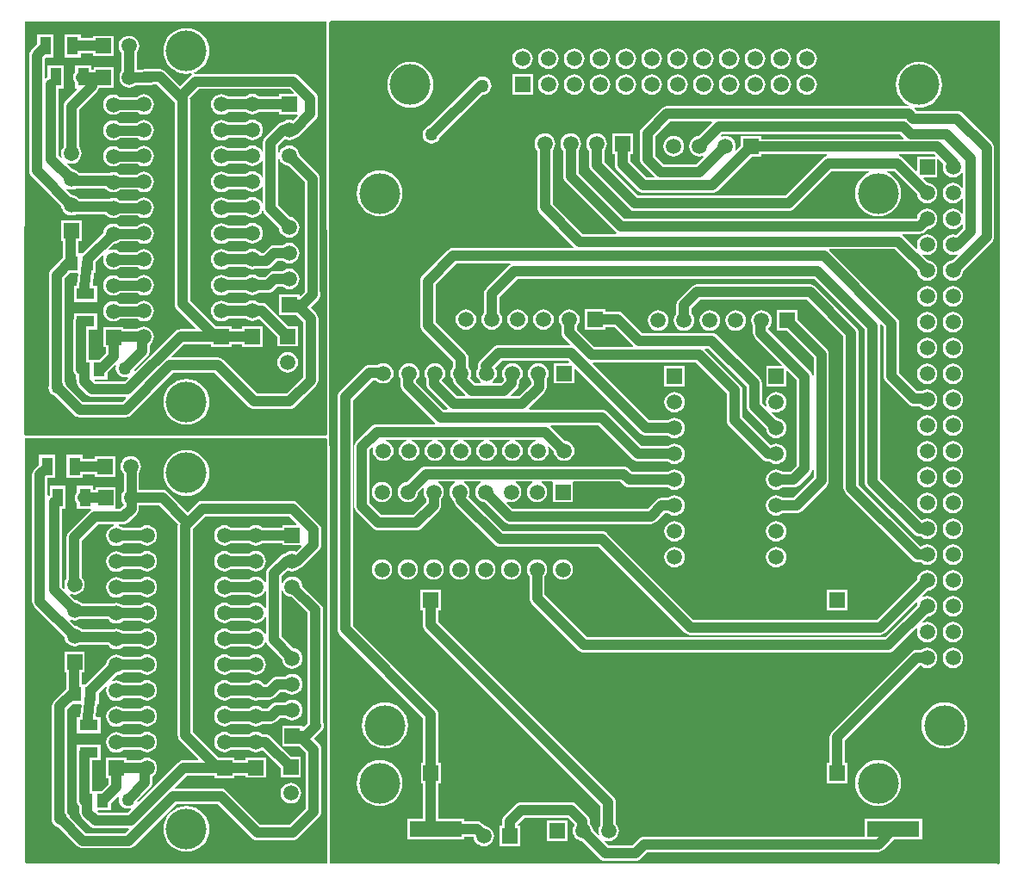
<source format=gbl>
G04 Layer_Physical_Order=2*
G04 Layer_Color=16711680*
%FSLAX24Y24*%
%MOIN*%
G70*
G01*
G75*
%ADD10R,0.0433X0.0709*%
%ADD11R,0.0709X0.0433*%
%ADD13C,0.0394*%
%ADD14C,0.0157*%
%ADD15R,0.0591X0.0591*%
%ADD16C,0.0591*%
%ADD17R,0.0591X0.0591*%
%ADD18R,0.0591X0.0591*%
%ADD19C,0.0591*%
%ADD20C,0.1575*%
%ADD21R,0.2008X0.0591*%
%ADD22R,0.0591X0.0591*%
%ADD23C,0.0500*%
%ADD24R,0.0433X0.0551*%
G36*
X-70Y16452D02*
X-60Y85D01*
X-96Y50D01*
X-11720D01*
X-11770Y96D01*
X-11760Y16490D01*
X-100D01*
X-70Y16452D01*
D02*
G37*
G36*
X-105Y32640D02*
X-80Y32618D01*
X-71Y16637D01*
X-75Y16625D01*
X-121Y16590D01*
X-11730D01*
X-11776Y16629D01*
X-11780Y16637D01*
X-11770Y32650D01*
X-125D01*
X-105Y32640D01*
D02*
G37*
G36*
X25960Y41D02*
X25910Y20D01*
X25890Y40D01*
X40D01*
X20Y32618D01*
X70Y32660D01*
X25960D01*
Y41D01*
D02*
G37*
%LPC*%
G36*
X-9524Y15863D02*
X-10153D01*
Y14957D01*
X-9524D01*
Y15112D01*
X-9055D01*
Y15016D01*
X-8268D01*
Y15804D01*
X-9055D01*
Y15708D01*
X-9524D01*
Y15863D01*
D02*
G37*
G36*
X-7040Y5137D02*
X-7143Y5124D01*
X-7239Y5084D01*
X-7312Y5028D01*
X-7961D01*
X-8021Y5074D01*
X-8117Y5114D01*
X-8220Y5127D01*
X-8323Y5114D01*
X-8419Y5074D01*
X-8501Y5011D01*
X-8564Y4929D01*
X-8604Y4833D01*
X-8617Y4730D01*
X-8604Y4627D01*
X-8564Y4531D01*
X-8501Y4449D01*
X-8419Y4386D01*
X-8323Y4346D01*
X-8220Y4333D01*
X-8117Y4346D01*
X-8021Y4386D01*
X-7961Y4432D01*
X-7286D01*
X-7239Y4396D01*
X-7143Y4356D01*
X-7040Y4343D01*
X-6937Y4356D01*
X-6841Y4396D01*
X-6759Y4459D01*
X-6696Y4541D01*
X-6656Y4637D01*
X-6643Y4740D01*
X-6656Y4843D01*
X-6696Y4939D01*
X-6759Y5021D01*
X-6841Y5084D01*
X-6937Y5124D01*
X-7040Y5137D01*
D02*
G37*
G36*
Y6137D02*
X-7143Y6124D01*
X-7239Y6084D01*
X-7312Y6028D01*
X-7961D01*
X-8021Y6074D01*
X-8117Y6114D01*
X-8220Y6127D01*
X-8323Y6114D01*
X-8419Y6074D01*
X-8501Y6011D01*
X-8564Y5929D01*
X-8604Y5833D01*
X-8617Y5730D01*
X-8604Y5627D01*
X-8564Y5531D01*
X-8501Y5449D01*
X-8419Y5386D01*
X-8323Y5346D01*
X-8220Y5333D01*
X-8117Y5346D01*
X-8021Y5386D01*
X-7961Y5432D01*
X-7286D01*
X-7239Y5396D01*
X-7143Y5356D01*
X-7040Y5343D01*
X-6937Y5356D01*
X-6841Y5396D01*
X-6759Y5459D01*
X-6696Y5541D01*
X-6656Y5637D01*
X-6643Y5740D01*
X-6656Y5843D01*
X-6696Y5939D01*
X-6759Y6021D01*
X-6841Y6084D01*
X-6937Y6124D01*
X-7040Y6137D01*
D02*
G37*
G36*
X-5512Y16048D02*
X-5685Y16030D01*
X-5852Y15980D01*
X-6006Y15898D01*
X-6141Y15787D01*
X-6252Y15652D01*
X-6334Y15498D01*
X-6385Y15331D01*
X-6402Y15157D01*
X-6385Y14984D01*
X-6334Y14817D01*
X-6252Y14663D01*
X-6141Y14528D01*
X-6006Y14417D01*
X-5852Y14335D01*
X-5685Y14284D01*
X-5512Y14267D01*
X-5338Y14284D01*
X-5171Y14335D01*
X-5017Y14417D01*
X-4882Y14528D01*
X-4772Y14663D01*
X-4689Y14817D01*
X-4639Y14984D01*
X-4622Y15157D01*
X-4639Y15331D01*
X-4689Y15498D01*
X-4772Y15652D01*
X-4882Y15787D01*
X-5017Y15898D01*
X-5171Y15980D01*
X-5338Y16030D01*
X-5512Y16048D01*
D02*
G37*
G36*
X-10587Y15863D02*
X-11216D01*
Y15486D01*
X-11391Y15312D01*
X-11438Y15250D01*
X-11468Y15179D01*
X-11478Y15101D01*
Y10170D01*
X-11468Y10093D01*
X-11438Y10021D01*
X-11391Y9959D01*
X-10232Y8801D01*
X-10224Y8737D01*
X-10184Y8641D01*
X-10121Y8559D01*
X-10039Y8496D01*
X-9943Y8456D01*
X-9840Y8443D01*
X-9737Y8456D01*
X-9651Y8492D01*
X-8534D01*
X-8501Y8449D01*
X-8419Y8386D01*
X-8323Y8346D01*
X-8220Y8333D01*
X-8117Y8346D01*
X-8021Y8386D01*
X-7961Y8432D01*
X-7286D01*
X-7239Y8396D01*
X-7143Y8356D01*
X-7040Y8343D01*
X-6937Y8356D01*
X-6841Y8396D01*
X-6759Y8459D01*
X-6696Y8541D01*
X-6656Y8637D01*
X-6643Y8740D01*
X-6656Y8843D01*
X-6696Y8939D01*
X-6759Y9021D01*
X-6841Y9084D01*
X-6937Y9124D01*
X-7040Y9137D01*
X-7143Y9124D01*
X-7239Y9084D01*
X-7312Y9028D01*
X-7961D01*
X-8021Y9074D01*
X-8117Y9114D01*
X-8220Y9127D01*
X-8323Y9114D01*
X-8385Y9088D01*
X-9534D01*
X-9559Y9121D01*
X-9641Y9184D01*
X-9737Y9224D01*
X-9824Y9235D01*
X-10025Y9437D01*
X-9997Y9479D01*
X-9943Y9456D01*
X-9840Y9443D01*
X-9737Y9456D01*
X-9651Y9492D01*
X-8534D01*
X-8501Y9449D01*
X-8419Y9386D01*
X-8323Y9346D01*
X-8220Y9333D01*
X-8117Y9346D01*
X-8021Y9386D01*
X-7961Y9432D01*
X-7286D01*
X-7239Y9396D01*
X-7143Y9356D01*
X-7040Y9343D01*
X-6937Y9356D01*
X-6841Y9396D01*
X-6759Y9459D01*
X-6696Y9541D01*
X-6656Y9637D01*
X-6643Y9740D01*
X-6656Y9843D01*
X-6696Y9939D01*
X-6759Y10021D01*
X-6841Y10084D01*
X-6937Y10124D01*
X-7040Y10137D01*
X-7143Y10124D01*
X-7239Y10084D01*
X-7312Y10028D01*
X-7961D01*
X-8021Y10074D01*
X-8117Y10114D01*
X-8220Y10127D01*
X-8323Y10114D01*
X-8385Y10088D01*
X-9534D01*
X-9559Y10121D01*
X-9641Y10184D01*
X-9737Y10224D01*
X-9812Y10233D01*
X-10008Y10429D01*
X-9980Y10472D01*
X-9943Y10456D01*
X-9840Y10443D01*
X-9737Y10456D01*
X-9641Y10496D01*
X-9559Y10559D01*
X-9496Y10641D01*
X-9456Y10737D01*
X-9443Y10840D01*
X-9456Y10943D01*
X-9496Y11039D01*
X-9552Y11112D01*
Y12537D01*
X-8927Y13162D01*
X-8331D01*
X-8323Y13114D01*
X-8419Y13074D01*
X-8501Y13011D01*
X-8564Y12929D01*
X-8604Y12833D01*
X-8617Y12730D01*
X-8604Y12627D01*
X-8564Y12531D01*
X-8501Y12449D01*
X-8419Y12386D01*
X-8323Y12346D01*
X-8220Y12333D01*
X-8117Y12346D01*
X-8021Y12386D01*
X-7961Y12432D01*
X-7286D01*
X-7239Y12396D01*
X-7143Y12356D01*
X-7040Y12343D01*
X-6937Y12356D01*
X-6841Y12396D01*
X-6759Y12459D01*
X-6696Y12541D01*
X-6656Y12637D01*
X-6643Y12740D01*
X-6656Y12843D01*
X-6696Y12939D01*
X-6759Y13021D01*
X-6841Y13084D01*
X-6937Y13124D01*
X-7040Y13137D01*
X-7143Y13124D01*
X-7239Y13084D01*
X-7312Y13028D01*
X-7961D01*
X-8021Y13074D01*
X-8117Y13114D01*
X-8109Y13162D01*
X-7960D01*
X-7883Y13172D01*
X-7811Y13202D01*
X-7749Y13249D01*
X-7429Y13569D01*
X-7429Y13569D01*
X-7382Y13631D01*
X-7352Y13703D01*
X-7342Y13780D01*
Y13902D01*
X-6563D01*
X-5840Y13179D01*
X-5848Y13120D01*
Y5010D01*
X-5838Y4933D01*
X-5808Y4861D01*
X-5761Y4799D01*
X-5045Y4084D01*
X-5064Y4038D01*
X-5620D01*
X-5620Y4038D01*
X-5697Y4028D01*
X-5769Y3998D01*
X-5831Y3951D01*
X-5831Y3951D01*
X-7360Y2421D01*
X-7410Y2442D01*
X-7411Y2458D01*
X-6899Y2969D01*
X-6852Y3031D01*
X-6822Y3103D01*
X-6817Y3141D01*
X-6812Y3180D01*
X-6812Y3180D01*
Y3419D01*
X-6759Y3459D01*
X-6696Y3541D01*
X-6656Y3637D01*
X-6643Y3740D01*
X-6656Y3843D01*
X-6696Y3939D01*
X-6759Y4021D01*
X-6841Y4084D01*
X-6937Y4124D01*
X-7040Y4137D01*
X-7143Y4124D01*
X-7239Y4084D01*
X-7299Y4038D01*
X-7826D01*
Y4124D01*
X-8614D01*
Y3336D01*
X-8518D01*
Y3113D01*
X-8787Y2844D01*
X-9172D01*
Y4024D01*
X-8837D01*
Y4653D01*
X-9743D01*
Y4452D01*
X-9758Y4416D01*
X-9768Y4338D01*
Y2481D01*
X-9758Y2403D01*
X-9728Y2332D01*
X-9681Y2270D01*
X-9660Y2254D01*
Y2096D01*
X-9643D01*
Y2015D01*
X-9633Y1938D01*
X-9603Y1866D01*
X-9556Y1805D01*
X-9241Y1489D01*
X-9179Y1442D01*
X-9107Y1412D01*
X-9030Y1402D01*
X-7748D01*
X-7729Y1356D01*
X-7867Y1218D01*
X-9397D01*
X-10029Y1850D01*
X-10031Y1861D01*
X-10066Y1946D01*
X-10112Y2006D01*
Y6002D01*
X-9898Y6216D01*
X-9606D01*
X-9573Y6179D01*
X-9621Y5716D01*
X-9743D01*
Y5087D01*
X-8837D01*
Y5716D01*
X-8985D01*
X-9018Y5754D01*
X-8970Y6216D01*
X-8900D01*
Y6629D01*
X-8631Y6898D01*
X-8588Y6870D01*
X-8604Y6833D01*
X-8617Y6730D01*
X-8604Y6627D01*
X-8564Y6531D01*
X-8501Y6449D01*
X-8419Y6386D01*
X-8323Y6346D01*
X-8220Y6333D01*
X-8117Y6346D01*
X-8021Y6386D01*
X-7961Y6432D01*
X-7286D01*
X-7239Y6396D01*
X-7143Y6356D01*
X-7040Y6343D01*
X-6937Y6356D01*
X-6841Y6396D01*
X-6759Y6459D01*
X-6696Y6541D01*
X-6656Y6637D01*
X-6643Y6740D01*
X-6656Y6843D01*
X-6696Y6939D01*
X-6759Y7021D01*
X-6841Y7084D01*
X-6937Y7124D01*
X-7040Y7137D01*
X-7143Y7124D01*
X-7239Y7084D01*
X-7312Y7028D01*
X-7961D01*
X-8021Y7074D01*
X-8117Y7114D01*
X-8220Y7127D01*
X-8323Y7114D01*
X-8360Y7098D01*
X-8388Y7141D01*
X-8192Y7337D01*
X-8117Y7346D01*
X-8021Y7386D01*
X-7961Y7432D01*
X-7286D01*
X-7239Y7396D01*
X-7143Y7356D01*
X-7040Y7343D01*
X-6937Y7356D01*
X-6841Y7396D01*
X-6759Y7459D01*
X-6696Y7541D01*
X-6656Y7637D01*
X-6643Y7740D01*
X-6656Y7843D01*
X-6696Y7939D01*
X-6759Y8021D01*
X-6841Y8084D01*
X-6937Y8124D01*
X-7040Y8137D01*
X-7143Y8124D01*
X-7239Y8084D01*
X-7312Y8028D01*
X-7961D01*
X-8021Y8074D01*
X-8117Y8114D01*
X-8220Y8127D01*
X-8323Y8114D01*
X-8419Y8074D01*
X-8501Y8011D01*
X-8564Y7929D01*
X-8604Y7833D01*
X-8613Y7758D01*
X-9407Y6964D01*
X-9568D01*
Y7446D01*
X-9446D01*
Y8234D01*
X-10234D01*
Y7446D01*
X-10163D01*
Y6793D01*
X-10621Y6336D01*
X-10668Y6274D01*
X-10698Y6202D01*
X-10708Y6125D01*
Y1865D01*
X-10709Y1861D01*
X-10721Y1770D01*
X-10709Y1679D01*
X-10674Y1594D01*
X-10618Y1522D01*
X-10546Y1466D01*
X-10461Y1431D01*
X-10450Y1429D01*
X-9731Y709D01*
X-9731Y709D01*
X-9669Y662D01*
X-9597Y632D01*
X-9520Y622D01*
X-9520Y622D01*
X-7744D01*
X-7667Y632D01*
X-7595Y662D01*
X-7533Y709D01*
X-5901Y2342D01*
X-4293D01*
X-2981Y1029D01*
X-2919Y982D01*
X-2847Y952D01*
X-2770Y942D01*
X-1390D01*
X-1313Y952D01*
X-1241Y982D01*
X-1179Y1029D01*
X-369Y1839D01*
X-322Y1901D01*
X-292Y1973D01*
X-282Y2050D01*
Y4450D01*
X-292Y4527D01*
X-322Y4599D01*
X-369Y4661D01*
X-579Y4870D01*
X-279Y5169D01*
X-232Y5231D01*
X-202Y5303D01*
X-192Y5380D01*
X-202Y5457D01*
X-222Y5505D01*
Y9860D01*
X-232Y9937D01*
X-262Y10009D01*
X-309Y10071D01*
X-1017Y10778D01*
X-1026Y10853D01*
X-1066Y10949D01*
X-1129Y11031D01*
X-1211Y11094D01*
X-1307Y11134D01*
X-1410Y11147D01*
X-1513Y11134D01*
X-1609Y11094D01*
X-1691Y11031D01*
X-1754Y10949D01*
X-1782Y10880D01*
X-1832Y10890D01*
Y11137D01*
X-1576Y11393D01*
X-1513Y11366D01*
X-1410Y11353D01*
X-1307Y11366D01*
X-1211Y11406D01*
X-1139Y11461D01*
X-1133Y11462D01*
X-1061Y11492D01*
X-999Y11539D01*
X-379Y12159D01*
X-379Y12159D01*
X-332Y12221D01*
X-302Y12293D01*
X-292Y12370D01*
Y12960D01*
X-302Y13037D01*
X-332Y13109D01*
X-379Y13171D01*
X-1189Y13981D01*
X-1251Y14028D01*
X-1323Y14058D01*
X-1400Y14068D01*
X-4900D01*
X-4900Y14068D01*
X-4977Y14058D01*
X-5049Y14028D01*
X-5111Y13981D01*
X-5455Y13636D01*
X-6229Y14411D01*
X-6291Y14458D01*
X-6363Y14488D01*
X-6440Y14498D01*
X-7342D01*
Y15179D01*
X-7317Y15211D01*
X-7278Y15307D01*
X-7264Y15410D01*
X-7278Y15513D01*
X-7317Y15609D01*
X-7380Y15691D01*
X-7463Y15754D01*
X-7558Y15794D01*
X-7661Y15807D01*
X-7764Y15794D01*
X-7860Y15754D01*
X-7942Y15691D01*
X-8005Y15609D01*
X-8045Y15513D01*
X-8058Y15410D01*
X-8045Y15307D01*
X-8005Y15211D01*
X-7942Y15129D01*
X-7938Y15126D01*
Y14459D01*
X-7984Y14399D01*
X-8024Y14303D01*
X-8037Y14200D01*
X-8024Y14097D01*
X-7984Y14001D01*
X-7938Y13941D01*
Y13903D01*
X-8083Y13758D01*
X-8243D01*
X-8246Y13806D01*
X-8246Y13808D01*
Y14594D01*
X-9034D01*
Y14498D01*
X-9114D01*
Y14673D01*
X-9743D01*
Y14407D01*
X-9788Y14349D01*
X-9818Y14277D01*
X-9828Y14200D01*
X-9818Y14123D01*
X-9788Y14051D01*
X-9743Y13993D01*
Y13767D01*
X-9210D01*
X-9199Y13720D01*
X-9200Y13717D01*
X-9261Y13671D01*
X-10061Y12871D01*
X-10108Y12809D01*
X-10138Y12737D01*
X-10148Y12660D01*
Y11086D01*
X-10184Y11039D01*
X-10224Y10943D01*
X-10237Y10840D01*
X-10224Y10737D01*
X-10208Y10700D01*
X-10251Y10672D01*
X-10332Y10753D01*
Y13767D01*
X-10177D01*
Y14673D01*
X-10806D01*
Y14297D01*
X-10832Y14277D01*
X-10882Y14301D01*
Y14957D01*
X-10587D01*
Y15863D01*
D02*
G37*
G36*
X-7040Y11137D02*
X-7143Y11124D01*
X-7239Y11084D01*
X-7312Y11028D01*
X-7961D01*
X-8021Y11074D01*
X-8117Y11114D01*
X-8220Y11127D01*
X-8323Y11114D01*
X-8419Y11074D01*
X-8501Y11011D01*
X-8564Y10929D01*
X-8604Y10833D01*
X-8617Y10730D01*
X-8604Y10627D01*
X-8564Y10531D01*
X-8501Y10449D01*
X-8419Y10386D01*
X-8323Y10346D01*
X-8220Y10333D01*
X-8117Y10346D01*
X-8021Y10386D01*
X-7961Y10432D01*
X-7286D01*
X-7239Y10396D01*
X-7143Y10356D01*
X-7040Y10343D01*
X-6937Y10356D01*
X-6841Y10396D01*
X-6759Y10459D01*
X-6696Y10541D01*
X-6656Y10637D01*
X-6643Y10740D01*
X-6656Y10843D01*
X-6696Y10939D01*
X-6759Y11021D01*
X-6841Y11084D01*
X-6937Y11124D01*
X-7040Y11137D01*
D02*
G37*
G36*
Y12137D02*
X-7143Y12124D01*
X-7239Y12084D01*
X-7312Y12028D01*
X-7961D01*
X-8021Y12074D01*
X-8117Y12114D01*
X-8220Y12127D01*
X-8323Y12114D01*
X-8419Y12074D01*
X-8501Y12011D01*
X-8564Y11929D01*
X-8604Y11833D01*
X-8617Y11730D01*
X-8604Y11627D01*
X-8564Y11531D01*
X-8501Y11449D01*
X-8419Y11386D01*
X-8323Y11346D01*
X-8220Y11333D01*
X-8117Y11346D01*
X-8021Y11386D01*
X-7961Y11432D01*
X-7286D01*
X-7239Y11396D01*
X-7143Y11356D01*
X-7040Y11343D01*
X-6937Y11356D01*
X-6841Y11396D01*
X-6759Y11459D01*
X-6696Y11541D01*
X-6656Y11637D01*
X-6643Y11740D01*
X-6656Y11843D01*
X-6696Y11939D01*
X-6759Y12021D01*
X-6841Y12084D01*
X-6937Y12124D01*
X-7040Y12137D01*
D02*
G37*
G36*
X-5512Y2268D02*
X-5685Y2251D01*
X-5852Y2200D01*
X-6006Y2118D01*
X-6141Y2007D01*
X-6252Y1872D01*
X-6334Y1719D01*
X-6385Y1552D01*
X-6402Y1378D01*
X-6385Y1204D01*
X-6334Y1037D01*
X-6252Y883D01*
X-6141Y749D01*
X-6006Y638D01*
X-5852Y556D01*
X-5685Y505D01*
X-5512Y488D01*
X-5338Y505D01*
X-5171Y556D01*
X-5017Y638D01*
X-4882Y749D01*
X-4772Y883D01*
X-4689Y1037D01*
X-4639Y1204D01*
X-4622Y1378D01*
X-4639Y1552D01*
X-4689Y1719D01*
X-4772Y1872D01*
X-4882Y2007D01*
X-5017Y2118D01*
X-5171Y2200D01*
X-5338Y2251D01*
X-5512Y2268D01*
D02*
G37*
%LPD*%
G36*
X-8113Y2612D02*
X-8110Y2608D01*
X-8121Y2520D01*
X-8109Y2429D01*
X-8074Y2344D01*
X-8019Y2271D01*
X-7946Y2216D01*
X-7861Y2181D01*
X-7770Y2169D01*
X-7679Y2181D01*
X-7666Y2186D01*
X-7638Y2144D01*
X-7783Y1998D01*
X-8907D01*
X-8959Y2050D01*
X-8939Y2096D01*
X-8440D01*
Y2349D01*
X-8157Y2632D01*
X-8113Y2612D01*
D02*
G37*
G36*
X-1241Y13190D02*
X-1260Y13144D01*
X-1804D01*
Y13048D01*
X-2571D01*
X-2631Y13094D01*
X-2727Y13134D01*
X-2830Y13147D01*
X-2933Y13134D01*
X-3029Y13094D01*
X-3102Y13038D01*
X-3781D01*
X-3841Y13084D01*
X-3937Y13124D01*
X-4040Y13137D01*
X-4143Y13124D01*
X-4239Y13084D01*
X-4321Y13021D01*
X-4384Y12939D01*
X-4424Y12843D01*
X-4437Y12740D01*
X-4424Y12637D01*
X-4384Y12541D01*
X-4321Y12459D01*
X-4239Y12396D01*
X-4143Y12356D01*
X-4040Y12343D01*
X-3937Y12356D01*
X-3841Y12396D01*
X-3781Y12442D01*
X-3076D01*
X-3029Y12406D01*
X-2933Y12366D01*
X-2830Y12353D01*
X-2727Y12366D01*
X-2631Y12406D01*
X-2571Y12452D01*
X-1804D01*
Y12356D01*
X-1090D01*
X-1071Y12310D01*
X-1265Y12116D01*
X-1307Y12134D01*
X-1410Y12147D01*
X-1513Y12134D01*
X-1609Y12094D01*
X-1675Y12043D01*
X-1717Y12038D01*
X-1789Y12008D01*
X-1851Y11961D01*
X-2341Y11471D01*
X-2388Y11409D01*
X-2418Y11337D01*
X-2428Y11260D01*
Y10939D01*
X-2478Y10929D01*
X-2486Y10949D01*
X-2549Y11031D01*
X-2631Y11094D01*
X-2727Y11134D01*
X-2830Y11147D01*
X-2933Y11134D01*
X-3029Y11094D01*
X-3089Y11048D01*
X-3794D01*
X-3841Y11084D01*
X-3937Y11124D01*
X-4040Y11137D01*
X-4143Y11124D01*
X-4239Y11084D01*
X-4321Y11021D01*
X-4384Y10939D01*
X-4424Y10843D01*
X-4437Y10740D01*
X-4424Y10637D01*
X-4384Y10541D01*
X-4321Y10459D01*
X-4239Y10396D01*
X-4143Y10356D01*
X-4040Y10343D01*
X-3937Y10356D01*
X-3841Y10396D01*
X-3768Y10452D01*
X-3089D01*
X-3029Y10406D01*
X-2933Y10366D01*
X-2830Y10353D01*
X-2727Y10366D01*
X-2631Y10406D01*
X-2549Y10469D01*
X-2486Y10551D01*
X-2478Y10571D01*
X-2428Y10561D01*
Y9938D01*
X-2478Y9929D01*
X-2486Y9949D01*
X-2549Y10031D01*
X-2631Y10094D01*
X-2727Y10134D01*
X-2830Y10147D01*
X-2933Y10134D01*
X-3029Y10094D01*
X-3102Y10038D01*
X-3781D01*
X-3841Y10084D01*
X-3937Y10124D01*
X-4040Y10137D01*
X-4143Y10124D01*
X-4239Y10084D01*
X-4321Y10021D01*
X-4384Y9939D01*
X-4424Y9843D01*
X-4437Y9740D01*
X-4424Y9637D01*
X-4384Y9541D01*
X-4321Y9459D01*
X-4239Y9396D01*
X-4143Y9356D01*
X-4040Y9343D01*
X-3937Y9356D01*
X-3841Y9396D01*
X-3781Y9442D01*
X-3076D01*
X-3029Y9406D01*
X-2933Y9366D01*
X-2830Y9353D01*
X-2727Y9366D01*
X-2631Y9406D01*
X-2549Y9469D01*
X-2486Y9551D01*
X-2478Y9571D01*
X-2428Y9561D01*
Y8939D01*
X-2478Y8929D01*
X-2486Y8949D01*
X-2549Y9031D01*
X-2631Y9094D01*
X-2727Y9134D01*
X-2830Y9147D01*
X-2933Y9134D01*
X-3029Y9094D01*
X-3102Y9038D01*
X-3781D01*
X-3841Y9084D01*
X-3937Y9124D01*
X-4040Y9137D01*
X-4143Y9124D01*
X-4239Y9084D01*
X-4321Y9021D01*
X-4384Y8939D01*
X-4424Y8843D01*
X-4437Y8740D01*
X-4424Y8637D01*
X-4384Y8541D01*
X-4321Y8459D01*
X-4239Y8396D01*
X-4143Y8356D01*
X-4040Y8343D01*
X-3937Y8356D01*
X-3841Y8396D01*
X-3781Y8442D01*
X-3076D01*
X-3029Y8406D01*
X-2933Y8366D01*
X-2830Y8353D01*
X-2727Y8366D01*
X-2631Y8406D01*
X-2549Y8469D01*
X-2486Y8551D01*
X-2464Y8605D01*
X-2410Y8604D01*
X-2388Y8551D01*
X-2341Y8489D01*
X-1803Y7952D01*
X-1794Y7877D01*
X-1754Y7781D01*
X-1691Y7699D01*
X-1609Y7636D01*
X-1513Y7596D01*
X-1410Y7583D01*
X-1307Y7596D01*
X-1211Y7636D01*
X-1129Y7699D01*
X-1066Y7781D01*
X-1026Y7877D01*
X-1013Y7980D01*
X-1026Y8083D01*
X-1066Y8179D01*
X-1129Y8261D01*
X-1211Y8324D01*
X-1307Y8364D01*
X-1382Y8373D01*
X-1832Y8823D01*
Y10610D01*
X-1782Y10620D01*
X-1754Y10551D01*
X-1691Y10469D01*
X-1609Y10406D01*
X-1513Y10366D01*
X-1438Y10357D01*
X-818Y9737D01*
Y5473D01*
X-966Y5325D01*
X-1016Y5346D01*
Y5374D01*
X-1804D01*
Y4586D01*
X-1137D01*
X-878Y4327D01*
Y2173D01*
X-1513Y1538D01*
X-2647D01*
X-3959Y2851D01*
X-4021Y2898D01*
X-4093Y2928D01*
X-4170Y2938D01*
X-5936D01*
X-5955Y2984D01*
X-5497Y3442D01*
X-4434D01*
Y3346D01*
X-3646D01*
Y3442D01*
X-3224D01*
Y3356D01*
X-2436D01*
Y4144D01*
X-3224D01*
Y4038D01*
X-3646D01*
Y4134D01*
X-4253D01*
X-5252Y5133D01*
Y12997D01*
X-4777Y13472D01*
X-1523D01*
X-1241Y13190D01*
D02*
G37*
%LPC*%
G36*
X-1470Y3157D02*
X-1573Y3144D01*
X-1669Y3104D01*
X-1751Y3041D01*
X-1814Y2959D01*
X-1854Y2863D01*
X-1867Y2760D01*
X-1854Y2657D01*
X-1814Y2561D01*
X-1751Y2479D01*
X-1669Y2416D01*
X-1573Y2376D01*
X-1470Y2363D01*
X-1367Y2376D01*
X-1271Y2416D01*
X-1189Y2479D01*
X-1126Y2561D01*
X-1086Y2657D01*
X-1073Y2760D01*
X-1086Y2863D01*
X-1126Y2959D01*
X-1189Y3041D01*
X-1271Y3104D01*
X-1367Y3144D01*
X-1470Y3157D01*
D02*
G37*
G36*
X-1410Y7377D02*
X-1513Y7364D01*
X-1609Y7324D01*
X-1669Y7278D01*
X-1990D01*
X-2067Y7268D01*
X-2139Y7238D01*
X-2201Y7191D01*
X-2413Y6978D01*
X-2509D01*
X-2549Y7031D01*
X-2631Y7094D01*
X-2727Y7134D01*
X-2830Y7147D01*
X-2933Y7134D01*
X-3029Y7094D01*
X-3102Y7038D01*
X-3781D01*
X-3841Y7084D01*
X-3937Y7124D01*
X-4040Y7137D01*
X-4143Y7124D01*
X-4239Y7084D01*
X-4321Y7021D01*
X-4384Y6939D01*
X-4424Y6843D01*
X-4437Y6740D01*
X-4424Y6637D01*
X-4384Y6541D01*
X-4321Y6459D01*
X-4239Y6396D01*
X-4143Y6356D01*
X-4040Y6343D01*
X-3937Y6356D01*
X-3841Y6396D01*
X-3781Y6442D01*
X-3076D01*
X-3029Y6406D01*
X-2933Y6366D01*
X-2830Y6353D01*
X-2727Y6366D01*
X-2689Y6382D01*
X-2290D01*
X-2213Y6392D01*
X-2141Y6422D01*
X-2079Y6469D01*
X-1867Y6682D01*
X-1669D01*
X-1609Y6636D01*
X-1513Y6596D01*
X-1410Y6583D01*
X-1307Y6596D01*
X-1211Y6636D01*
X-1129Y6699D01*
X-1066Y6781D01*
X-1026Y6877D01*
X-1013Y6980D01*
X-1026Y7083D01*
X-1066Y7179D01*
X-1129Y7261D01*
X-1211Y7324D01*
X-1307Y7364D01*
X-1410Y7377D01*
D02*
G37*
G36*
Y6377D02*
X-1513Y6364D01*
X-1609Y6324D01*
X-1669Y6278D01*
X-2000D01*
X-2077Y6268D01*
X-2149Y6238D01*
X-2211Y6191D01*
X-2353Y6048D01*
X-2571D01*
X-2631Y6094D01*
X-2727Y6134D01*
X-2830Y6147D01*
X-2933Y6134D01*
X-3029Y6094D01*
X-3102Y6038D01*
X-3781D01*
X-3841Y6084D01*
X-3937Y6124D01*
X-4040Y6137D01*
X-4143Y6124D01*
X-4239Y6084D01*
X-4321Y6021D01*
X-4384Y5939D01*
X-4424Y5843D01*
X-4437Y5740D01*
X-4424Y5637D01*
X-4384Y5541D01*
X-4321Y5459D01*
X-4239Y5396D01*
X-4143Y5356D01*
X-4040Y5343D01*
X-3937Y5356D01*
X-3841Y5396D01*
X-3781Y5442D01*
X-3076D01*
X-3029Y5406D01*
X-2933Y5366D01*
X-2830Y5353D01*
X-2727Y5366D01*
X-2631Y5406D01*
X-2571Y5452D01*
X-2230D01*
X-2153Y5462D01*
X-2081Y5492D01*
X-2019Y5539D01*
X-1877Y5682D01*
X-1669D01*
X-1609Y5636D01*
X-1513Y5596D01*
X-1410Y5583D01*
X-1307Y5596D01*
X-1211Y5636D01*
X-1129Y5699D01*
X-1066Y5781D01*
X-1026Y5877D01*
X-1013Y5980D01*
X-1026Y6083D01*
X-1066Y6179D01*
X-1129Y6261D01*
X-1211Y6324D01*
X-1307Y6364D01*
X-1410Y6377D01*
D02*
G37*
G36*
X-2830Y8147D02*
X-2933Y8134D01*
X-3029Y8094D01*
X-3102Y8038D01*
X-3781D01*
X-3841Y8084D01*
X-3937Y8124D01*
X-4040Y8137D01*
X-4143Y8124D01*
X-4239Y8084D01*
X-4321Y8021D01*
X-4384Y7939D01*
X-4424Y7843D01*
X-4437Y7740D01*
X-4424Y7637D01*
X-4384Y7541D01*
X-4321Y7459D01*
X-4239Y7396D01*
X-4143Y7356D01*
X-4040Y7343D01*
X-3937Y7356D01*
X-3841Y7396D01*
X-3781Y7442D01*
X-3076D01*
X-3029Y7406D01*
X-2933Y7366D01*
X-2830Y7353D01*
X-2727Y7366D01*
X-2631Y7406D01*
X-2549Y7469D01*
X-2486Y7551D01*
X-2446Y7647D01*
X-2433Y7750D01*
X-2446Y7853D01*
X-2486Y7949D01*
X-2549Y8031D01*
X-2631Y8094D01*
X-2727Y8134D01*
X-2830Y8147D01*
D02*
G37*
G36*
Y12147D02*
X-2933Y12134D01*
X-3029Y12094D01*
X-3102Y12038D01*
X-3781D01*
X-3841Y12084D01*
X-3937Y12124D01*
X-4040Y12137D01*
X-4143Y12124D01*
X-4239Y12084D01*
X-4321Y12021D01*
X-4384Y11939D01*
X-4424Y11843D01*
X-4437Y11740D01*
X-4424Y11637D01*
X-4384Y11541D01*
X-4321Y11459D01*
X-4239Y11396D01*
X-4143Y11356D01*
X-4040Y11343D01*
X-3937Y11356D01*
X-3841Y11396D01*
X-3781Y11442D01*
X-3076D01*
X-3029Y11406D01*
X-2933Y11366D01*
X-2830Y11353D01*
X-2727Y11366D01*
X-2631Y11406D01*
X-2549Y11469D01*
X-2486Y11551D01*
X-2446Y11647D01*
X-2433Y11750D01*
X-2446Y11853D01*
X-2486Y11949D01*
X-2549Y12031D01*
X-2631Y12094D01*
X-2727Y12134D01*
X-2830Y12147D01*
D02*
G37*
G36*
Y5147D02*
X-2933Y5134D01*
X-3029Y5094D01*
X-3102Y5038D01*
X-3781D01*
X-3841Y5084D01*
X-3937Y5124D01*
X-4040Y5137D01*
X-4143Y5124D01*
X-4239Y5084D01*
X-4321Y5021D01*
X-4384Y4939D01*
X-4424Y4843D01*
X-4437Y4740D01*
X-4424Y4637D01*
X-4384Y4541D01*
X-4321Y4459D01*
X-4239Y4396D01*
X-4143Y4356D01*
X-4040Y4343D01*
X-3937Y4356D01*
X-3841Y4396D01*
X-3781Y4442D01*
X-3076D01*
X-3029Y4406D01*
X-2933Y4366D01*
X-2830Y4353D01*
X-2727Y4366D01*
X-2631Y4406D01*
X-2578Y4447D01*
X-1864Y3733D01*
Y3366D01*
X-1076D01*
Y4154D01*
X-1443D01*
X-2249Y4961D01*
X-2311Y5008D01*
X-2383Y5038D01*
X-2460Y5048D01*
X-2571D01*
X-2631Y5094D01*
X-2727Y5134D01*
X-2830Y5147D01*
D02*
G37*
G36*
X-5512Y18803D02*
X-5685Y18786D01*
X-5852Y18736D01*
X-6006Y18653D01*
X-6141Y18543D01*
X-6252Y18408D01*
X-6334Y18254D01*
X-6385Y18087D01*
X-6402Y17913D01*
X-6385Y17740D01*
X-6334Y17573D01*
X-6252Y17419D01*
X-6141Y17284D01*
X-6006Y17173D01*
X-5852Y17091D01*
X-5685Y17040D01*
X-5512Y17023D01*
X-5338Y17040D01*
X-5171Y17091D01*
X-5017Y17173D01*
X-4882Y17284D01*
X-4772Y17419D01*
X-4689Y17573D01*
X-4639Y17740D01*
X-4622Y17913D01*
X-4639Y18087D01*
X-4689Y18254D01*
X-4772Y18408D01*
X-4882Y18543D01*
X-5017Y18653D01*
X-5171Y18736D01*
X-5338Y18786D01*
X-5512Y18803D01*
D02*
G37*
G36*
Y32386D02*
X-5685Y32369D01*
X-5852Y32318D01*
X-6006Y32236D01*
X-6141Y32125D01*
X-6252Y31991D01*
X-6334Y31837D01*
X-6385Y31670D01*
X-6402Y31496D01*
X-6385Y31322D01*
X-6334Y31155D01*
X-6252Y31002D01*
X-6141Y30867D01*
X-6006Y30756D01*
X-5852Y30674D01*
X-5685Y30623D01*
X-5512Y30606D01*
X-5338Y30623D01*
X-5310Y30632D01*
X-5293Y30584D01*
X-5309Y30578D01*
X-5371Y30531D01*
X-5760Y30141D01*
X-6319Y30701D01*
X-6381Y30748D01*
X-6453Y30778D01*
X-6530Y30788D01*
X-7110D01*
X-7186Y30778D01*
X-7412D01*
Y31459D01*
X-7387Y31491D01*
X-7348Y31587D01*
X-7334Y31690D01*
X-7348Y31793D01*
X-7387Y31889D01*
X-7450Y31971D01*
X-7533Y32034D01*
X-7628Y32074D01*
X-7731Y32087D01*
X-7834Y32074D01*
X-7930Y32034D01*
X-8012Y31971D01*
X-8075Y31889D01*
X-8115Y31793D01*
X-8128Y31690D01*
X-8115Y31587D01*
X-8075Y31491D01*
X-8012Y31409D01*
X-8008Y31406D01*
Y30739D01*
X-8054Y30679D01*
X-8094Y30583D01*
X-8107Y30480D01*
X-8094Y30377D01*
X-8054Y30281D01*
X-7991Y30199D01*
X-7909Y30136D01*
X-7813Y30096D01*
X-7710Y30083D01*
X-7607Y30096D01*
X-7511Y30136D01*
X-7447Y30186D01*
X-7420Y30182D01*
X-6880D01*
X-6804Y30192D01*
X-6653D01*
X-5968Y29507D01*
Y21700D01*
X-5958Y21623D01*
X-5928Y21551D01*
X-5881Y21489D01*
X-5165Y20774D01*
X-5184Y20728D01*
X-5740D01*
X-5740Y20728D01*
X-5817Y20718D01*
X-5889Y20688D01*
X-5951Y20641D01*
X-5951Y20641D01*
X-7480Y19111D01*
X-7530Y19132D01*
X-7531Y19148D01*
X-7019Y19659D01*
X-6972Y19721D01*
X-6942Y19793D01*
X-6937Y19831D01*
X-6932Y19870D01*
X-6932Y19870D01*
Y20109D01*
X-6879Y20149D01*
X-6816Y20231D01*
X-6776Y20327D01*
X-6763Y20430D01*
X-6776Y20533D01*
X-6816Y20629D01*
X-6879Y20711D01*
X-6961Y20774D01*
X-7057Y20814D01*
X-7160Y20827D01*
X-7263Y20814D01*
X-7359Y20774D01*
X-7419Y20728D01*
X-7946D01*
Y20814D01*
X-8734D01*
Y20026D01*
X-8638D01*
Y19803D01*
X-8907Y19534D01*
X-9292D01*
Y20714D01*
X-8957D01*
Y21343D01*
X-9863D01*
Y21142D01*
X-9878Y21106D01*
X-9888Y21028D01*
Y19171D01*
X-9878Y19093D01*
X-9848Y19022D01*
X-9801Y18960D01*
X-9780Y18944D01*
Y18786D01*
X-9763D01*
Y18705D01*
X-9753Y18628D01*
X-9723Y18556D01*
X-9676Y18495D01*
X-9361Y18179D01*
X-9299Y18132D01*
X-9227Y18102D01*
X-9150Y18092D01*
X-7868D01*
X-7849Y18046D01*
X-7987Y17908D01*
X-9517D01*
X-10149Y18540D01*
X-10151Y18551D01*
X-10186Y18636D01*
X-10232Y18696D01*
Y22692D01*
X-10018Y22906D01*
X-9726D01*
X-9693Y22869D01*
X-9741Y22406D01*
X-9863D01*
Y21777D01*
X-8957D01*
Y22406D01*
X-9105D01*
X-9138Y22444D01*
X-9090Y22906D01*
X-9020D01*
Y23319D01*
X-8751Y23588D01*
X-8708Y23560D01*
X-8724Y23523D01*
X-8737Y23420D01*
X-8724Y23317D01*
X-8684Y23221D01*
X-8621Y23139D01*
X-8539Y23076D01*
X-8443Y23036D01*
X-8340Y23023D01*
X-8237Y23036D01*
X-8141Y23076D01*
X-8081Y23122D01*
X-7406D01*
X-7359Y23086D01*
X-7263Y23046D01*
X-7160Y23033D01*
X-7057Y23046D01*
X-6961Y23086D01*
X-6879Y23149D01*
X-6816Y23231D01*
X-6776Y23327D01*
X-6763Y23430D01*
X-6776Y23533D01*
X-6816Y23629D01*
X-6879Y23711D01*
X-6961Y23774D01*
X-7057Y23814D01*
X-7160Y23827D01*
X-7263Y23814D01*
X-7359Y23774D01*
X-7432Y23718D01*
X-8081D01*
X-8141Y23764D01*
X-8237Y23804D01*
X-8340Y23817D01*
X-8443Y23804D01*
X-8480Y23788D01*
X-8508Y23831D01*
X-8312Y24027D01*
X-8237Y24036D01*
X-8141Y24076D01*
X-8081Y24122D01*
X-7406D01*
X-7359Y24086D01*
X-7263Y24046D01*
X-7160Y24033D01*
X-7057Y24046D01*
X-6961Y24086D01*
X-6879Y24149D01*
X-6816Y24231D01*
X-6776Y24327D01*
X-6763Y24430D01*
X-6776Y24533D01*
X-6816Y24629D01*
X-6879Y24711D01*
X-6961Y24774D01*
X-7057Y24814D01*
X-7160Y24827D01*
X-7263Y24814D01*
X-7359Y24774D01*
X-7432Y24718D01*
X-8081D01*
X-8141Y24764D01*
X-8237Y24804D01*
X-8340Y24817D01*
X-8443Y24804D01*
X-8539Y24764D01*
X-8621Y24701D01*
X-8684Y24619D01*
X-8724Y24523D01*
X-8733Y24448D01*
X-9527Y23654D01*
X-9688D01*
Y24136D01*
X-9566D01*
Y24924D01*
X-10354D01*
Y24136D01*
X-10283D01*
Y23483D01*
X-10741Y23026D01*
X-10788Y22964D01*
X-10818Y22892D01*
X-10828Y22815D01*
Y18555D01*
X-10829Y18551D01*
X-10841Y18460D01*
X-10829Y18369D01*
X-10794Y18284D01*
X-10739Y18211D01*
X-10666Y18156D01*
X-10581Y18121D01*
X-10570Y18119D01*
X-9851Y17399D01*
X-9851Y17399D01*
X-9789Y17352D01*
X-9717Y17322D01*
X-9640Y17312D01*
X-9640Y17312D01*
X-7864D01*
X-7787Y17322D01*
X-7715Y17352D01*
X-7653Y17399D01*
X-6021Y19032D01*
X-4413D01*
X-3101Y17719D01*
X-3039Y17672D01*
X-2967Y17642D01*
X-2890Y17632D01*
X-1510D01*
X-1433Y17642D01*
X-1361Y17672D01*
X-1299Y17719D01*
X-489Y18529D01*
X-442Y18591D01*
X-412Y18663D01*
X-402Y18740D01*
Y21140D01*
X-412Y21217D01*
X-442Y21289D01*
X-489Y21351D01*
X-699Y21560D01*
X-399Y21859D01*
X-352Y21921D01*
X-322Y21993D01*
X-312Y22070D01*
X-322Y22147D01*
X-342Y22195D01*
Y26550D01*
X-352Y26627D01*
X-382Y26699D01*
X-429Y26761D01*
X-1137Y27468D01*
X-1146Y27543D01*
X-1186Y27639D01*
X-1249Y27721D01*
X-1331Y27784D01*
X-1427Y27824D01*
X-1530Y27837D01*
X-1633Y27824D01*
X-1729Y27784D01*
X-1811Y27721D01*
X-1874Y27639D01*
X-1902Y27570D01*
X-1952Y27580D01*
Y27827D01*
X-1696Y28083D01*
X-1633Y28056D01*
X-1530Y28043D01*
X-1427Y28056D01*
X-1331Y28096D01*
X-1259Y28151D01*
X-1253Y28152D01*
X-1181Y28182D01*
X-1119Y28229D01*
X-499Y28849D01*
X-499Y28849D01*
X-452Y28911D01*
X-422Y28983D01*
X-412Y29060D01*
Y29650D01*
X-422Y29727D01*
X-452Y29799D01*
X-499Y29861D01*
X-1169Y30531D01*
X-1231Y30578D01*
X-1303Y30608D01*
X-1380Y30618D01*
X-5160D01*
X-5160Y30618D01*
X-5201Y30612D01*
X-5212Y30661D01*
X-5171Y30674D01*
X-5017Y30756D01*
X-4882Y30867D01*
X-4772Y31002D01*
X-4689Y31155D01*
X-4639Y31322D01*
X-4622Y31496D01*
X-4639Y31670D01*
X-4689Y31837D01*
X-4772Y31991D01*
X-4882Y32125D01*
X-5017Y32236D01*
X-5171Y32318D01*
X-5338Y32369D01*
X-5512Y32386D01*
D02*
G37*
G36*
X-9594Y32143D02*
X-10223D01*
Y31237D01*
X-9594D01*
Y31392D01*
X-9125D01*
Y31296D01*
X-8338D01*
Y32084D01*
X-9125D01*
Y31988D01*
X-9594D01*
Y32143D01*
D02*
G37*
G36*
X-7160Y22827D02*
X-7263Y22814D01*
X-7359Y22774D01*
X-7432Y22718D01*
X-8081D01*
X-8141Y22764D01*
X-8237Y22804D01*
X-8340Y22817D01*
X-8443Y22804D01*
X-8539Y22764D01*
X-8621Y22701D01*
X-8684Y22619D01*
X-8724Y22523D01*
X-8737Y22420D01*
X-8724Y22317D01*
X-8684Y22221D01*
X-8621Y22139D01*
X-8539Y22076D01*
X-8443Y22036D01*
X-8340Y22023D01*
X-8237Y22036D01*
X-8141Y22076D01*
X-8081Y22122D01*
X-7406D01*
X-7359Y22086D01*
X-7263Y22046D01*
X-7160Y22033D01*
X-7057Y22046D01*
X-6961Y22086D01*
X-6879Y22149D01*
X-6816Y22231D01*
X-6776Y22327D01*
X-6763Y22430D01*
X-6776Y22533D01*
X-6816Y22629D01*
X-6879Y22711D01*
X-6961Y22774D01*
X-7057Y22814D01*
X-7160Y22827D01*
D02*
G37*
G36*
Y21827D02*
X-7263Y21814D01*
X-7359Y21774D01*
X-7432Y21718D01*
X-8081D01*
X-8141Y21764D01*
X-8237Y21804D01*
X-8340Y21817D01*
X-8443Y21804D01*
X-8539Y21764D01*
X-8621Y21701D01*
X-8684Y21619D01*
X-8724Y21523D01*
X-8737Y21420D01*
X-8724Y21317D01*
X-8684Y21221D01*
X-8621Y21139D01*
X-8539Y21076D01*
X-8443Y21036D01*
X-8340Y21023D01*
X-8237Y21036D01*
X-8141Y21076D01*
X-8081Y21122D01*
X-7406D01*
X-7359Y21086D01*
X-7263Y21046D01*
X-7160Y21033D01*
X-7057Y21046D01*
X-6961Y21086D01*
X-6879Y21149D01*
X-6816Y21231D01*
X-6776Y21327D01*
X-6763Y21430D01*
X-6776Y21533D01*
X-6816Y21629D01*
X-6879Y21711D01*
X-6961Y21774D01*
X-7057Y21814D01*
X-7160Y21827D01*
D02*
G37*
G36*
Y28827D02*
X-7263Y28814D01*
X-7359Y28774D01*
X-7432Y28718D01*
X-8081D01*
X-8141Y28764D01*
X-8237Y28804D01*
X-8340Y28817D01*
X-8443Y28804D01*
X-8539Y28764D01*
X-8621Y28701D01*
X-8684Y28619D01*
X-8724Y28523D01*
X-8737Y28420D01*
X-8724Y28317D01*
X-8684Y28221D01*
X-8621Y28139D01*
X-8539Y28076D01*
X-8443Y28036D01*
X-8340Y28023D01*
X-8237Y28036D01*
X-8141Y28076D01*
X-8081Y28122D01*
X-7406D01*
X-7359Y28086D01*
X-7263Y28046D01*
X-7160Y28033D01*
X-7057Y28046D01*
X-6961Y28086D01*
X-6879Y28149D01*
X-6816Y28231D01*
X-6776Y28327D01*
X-6763Y28430D01*
X-6776Y28533D01*
X-6816Y28629D01*
X-6879Y28711D01*
X-6961Y28774D01*
X-7057Y28814D01*
X-7160Y28827D01*
D02*
G37*
G36*
Y29827D02*
X-7263Y29814D01*
X-7359Y29774D01*
X-7432Y29718D01*
X-8081D01*
X-8141Y29764D01*
X-8237Y29804D01*
X-8340Y29817D01*
X-8443Y29804D01*
X-8539Y29764D01*
X-8621Y29701D01*
X-8684Y29619D01*
X-8724Y29523D01*
X-8737Y29420D01*
X-8724Y29317D01*
X-8684Y29221D01*
X-8621Y29139D01*
X-8539Y29076D01*
X-8443Y29036D01*
X-8340Y29023D01*
X-8237Y29036D01*
X-8141Y29076D01*
X-8081Y29122D01*
X-7406D01*
X-7359Y29086D01*
X-7263Y29046D01*
X-7160Y29033D01*
X-7057Y29046D01*
X-6961Y29086D01*
X-6879Y29149D01*
X-6816Y29231D01*
X-6776Y29327D01*
X-6763Y29430D01*
X-6776Y29533D01*
X-6816Y29629D01*
X-6879Y29711D01*
X-6961Y29774D01*
X-7057Y29814D01*
X-7160Y29827D01*
D02*
G37*
G36*
X-10657Y32143D02*
X-11286D01*
Y31766D01*
X-11461Y31592D01*
X-11508Y31530D01*
X-11514Y31517D01*
X-11558Y31459D01*
X-11588Y31387D01*
X-11598Y31310D01*
Y26860D01*
X-11588Y26783D01*
X-11558Y26711D01*
X-11511Y26649D01*
X-10352Y25491D01*
X-10344Y25427D01*
X-10304Y25331D01*
X-10241Y25249D01*
X-10159Y25186D01*
X-10063Y25146D01*
X-9960Y25133D01*
X-9857Y25146D01*
X-9771Y25182D01*
X-8654D01*
X-8621Y25139D01*
X-8539Y25076D01*
X-8443Y25036D01*
X-8340Y25023D01*
X-8237Y25036D01*
X-8141Y25076D01*
X-8081Y25122D01*
X-7406D01*
X-7359Y25086D01*
X-7263Y25046D01*
X-7160Y25033D01*
X-7057Y25046D01*
X-6961Y25086D01*
X-6879Y25149D01*
X-6816Y25231D01*
X-6776Y25327D01*
X-6763Y25430D01*
X-6776Y25533D01*
X-6816Y25629D01*
X-6879Y25711D01*
X-6961Y25774D01*
X-7057Y25814D01*
X-7160Y25827D01*
X-7263Y25814D01*
X-7359Y25774D01*
X-7432Y25718D01*
X-8081D01*
X-8141Y25764D01*
X-8237Y25804D01*
X-8340Y25817D01*
X-8443Y25804D01*
X-8505Y25778D01*
X-9654D01*
X-9679Y25811D01*
X-9761Y25874D01*
X-9857Y25914D01*
X-9944Y25925D01*
X-10145Y26127D01*
X-10117Y26169D01*
X-10063Y26146D01*
X-9960Y26133D01*
X-9857Y26146D01*
X-9771Y26182D01*
X-8654D01*
X-8621Y26139D01*
X-8539Y26076D01*
X-8443Y26036D01*
X-8340Y26023D01*
X-8237Y26036D01*
X-8141Y26076D01*
X-8081Y26122D01*
X-7406D01*
X-7359Y26086D01*
X-7263Y26046D01*
X-7160Y26033D01*
X-7057Y26046D01*
X-6961Y26086D01*
X-6879Y26149D01*
X-6816Y26231D01*
X-6776Y26327D01*
X-6763Y26430D01*
X-6776Y26533D01*
X-6816Y26629D01*
X-6879Y26711D01*
X-6961Y26774D01*
X-7057Y26814D01*
X-7160Y26827D01*
X-7263Y26814D01*
X-7359Y26774D01*
X-7432Y26718D01*
X-8081D01*
X-8141Y26764D01*
X-8237Y26804D01*
X-8340Y26817D01*
X-8443Y26804D01*
X-8505Y26778D01*
X-9654D01*
X-9679Y26811D01*
X-9761Y26874D01*
X-9857Y26914D01*
X-9932Y26923D01*
X-10128Y27119D01*
X-10100Y27162D01*
X-10063Y27146D01*
X-9960Y27133D01*
X-9857Y27146D01*
X-9761Y27186D01*
X-9679Y27249D01*
X-9616Y27331D01*
X-9576Y27427D01*
X-9563Y27530D01*
X-9576Y27633D01*
X-9616Y27729D01*
X-9672Y27802D01*
Y29227D01*
X-8959Y29939D01*
X-8912Y30001D01*
X-8882Y30073D01*
X-8881Y30086D01*
X-8316D01*
Y30874D01*
X-9104D01*
Y30778D01*
X-9184D01*
Y30953D01*
X-9813D01*
Y30687D01*
X-9858Y30629D01*
X-9888Y30557D01*
X-9898Y30480D01*
X-9888Y30403D01*
X-9858Y30331D01*
X-9813Y30273D01*
Y30047D01*
X-9759D01*
X-9740Y30001D01*
X-10181Y29561D01*
X-10228Y29499D01*
X-10258Y29427D01*
X-10268Y29350D01*
Y27776D01*
X-10304Y27729D01*
X-10344Y27633D01*
X-10357Y27530D01*
X-10344Y27427D01*
X-10328Y27390D01*
X-10371Y27362D01*
X-10452Y27443D01*
Y30047D01*
X-10247D01*
Y30953D01*
X-10876D01*
Y30487D01*
X-10899Y30478D01*
X-10952Y30437D01*
X-11002Y30451D01*
Y31208D01*
X-10973Y31237D01*
X-10657D01*
Y32143D01*
D02*
G37*
G36*
X-7160Y27827D02*
X-7263Y27814D01*
X-7359Y27774D01*
X-7432Y27718D01*
X-8081D01*
X-8141Y27764D01*
X-8237Y27804D01*
X-8340Y27817D01*
X-8443Y27804D01*
X-8539Y27764D01*
X-8621Y27701D01*
X-8684Y27619D01*
X-8724Y27523D01*
X-8737Y27420D01*
X-8724Y27317D01*
X-8684Y27221D01*
X-8621Y27139D01*
X-8539Y27076D01*
X-8443Y27036D01*
X-8340Y27023D01*
X-8237Y27036D01*
X-8141Y27076D01*
X-8081Y27122D01*
X-7406D01*
X-7359Y27086D01*
X-7263Y27046D01*
X-7160Y27033D01*
X-7057Y27046D01*
X-6961Y27086D01*
X-6879Y27149D01*
X-6816Y27231D01*
X-6776Y27327D01*
X-6763Y27430D01*
X-6776Y27533D01*
X-6816Y27629D01*
X-6879Y27711D01*
X-6961Y27774D01*
X-7057Y27814D01*
X-7160Y27827D01*
D02*
G37*
%LPD*%
G36*
X-8233Y19302D02*
X-8230Y19298D01*
X-8241Y19210D01*
X-8229Y19119D01*
X-8194Y19034D01*
X-8138Y18961D01*
X-8066Y18906D01*
X-7981Y18871D01*
X-7890Y18859D01*
X-7799Y18871D01*
X-7786Y18876D01*
X-7758Y18834D01*
X-7903Y18688D01*
X-9027D01*
X-9079Y18740D01*
X-9059Y18786D01*
X-8560D01*
Y19039D01*
X-8277Y19322D01*
X-8233Y19302D01*
D02*
G37*
G36*
X-1361Y29880D02*
X-1380Y29834D01*
X-1924D01*
Y29738D01*
X-2691D01*
X-2751Y29784D01*
X-2847Y29824D01*
X-2950Y29837D01*
X-3053Y29824D01*
X-3149Y29784D01*
X-3222Y29728D01*
X-3901D01*
X-3961Y29774D01*
X-4057Y29814D01*
X-4160Y29827D01*
X-4263Y29814D01*
X-4359Y29774D01*
X-4441Y29711D01*
X-4504Y29629D01*
X-4544Y29533D01*
X-4557Y29430D01*
X-4544Y29327D01*
X-4504Y29231D01*
X-4441Y29149D01*
X-4359Y29086D01*
X-4263Y29046D01*
X-4160Y29033D01*
X-4057Y29046D01*
X-3961Y29086D01*
X-3901Y29132D01*
X-3196D01*
X-3149Y29096D01*
X-3053Y29056D01*
X-2950Y29043D01*
X-2847Y29056D01*
X-2751Y29096D01*
X-2691Y29142D01*
X-1924D01*
Y29046D01*
X-1210D01*
X-1191Y29000D01*
X-1385Y28806D01*
X-1427Y28824D01*
X-1530Y28837D01*
X-1633Y28824D01*
X-1729Y28784D01*
X-1795Y28733D01*
X-1837Y28728D01*
X-1909Y28698D01*
X-1971Y28651D01*
X-2461Y28161D01*
X-2508Y28099D01*
X-2538Y28027D01*
X-2548Y27950D01*
Y27629D01*
X-2598Y27619D01*
X-2606Y27639D01*
X-2669Y27721D01*
X-2751Y27784D01*
X-2847Y27824D01*
X-2950Y27837D01*
X-3053Y27824D01*
X-3149Y27784D01*
X-3209Y27738D01*
X-3914D01*
X-3961Y27774D01*
X-4057Y27814D01*
X-4160Y27827D01*
X-4263Y27814D01*
X-4359Y27774D01*
X-4441Y27711D01*
X-4504Y27629D01*
X-4544Y27533D01*
X-4557Y27430D01*
X-4544Y27327D01*
X-4504Y27231D01*
X-4441Y27149D01*
X-4359Y27086D01*
X-4263Y27046D01*
X-4160Y27033D01*
X-4057Y27046D01*
X-3961Y27086D01*
X-3888Y27142D01*
X-3209D01*
X-3149Y27096D01*
X-3053Y27056D01*
X-2950Y27043D01*
X-2847Y27056D01*
X-2751Y27096D01*
X-2669Y27159D01*
X-2606Y27241D01*
X-2598Y27261D01*
X-2548Y27252D01*
Y26628D01*
X-2598Y26619D01*
X-2606Y26639D01*
X-2669Y26721D01*
X-2751Y26784D01*
X-2847Y26824D01*
X-2950Y26837D01*
X-3053Y26824D01*
X-3149Y26784D01*
X-3222Y26728D01*
X-3901D01*
X-3961Y26774D01*
X-4057Y26814D01*
X-4160Y26827D01*
X-4263Y26814D01*
X-4359Y26774D01*
X-4441Y26711D01*
X-4504Y26629D01*
X-4544Y26533D01*
X-4557Y26430D01*
X-4544Y26327D01*
X-4504Y26231D01*
X-4441Y26149D01*
X-4359Y26086D01*
X-4263Y26046D01*
X-4160Y26033D01*
X-4057Y26046D01*
X-3961Y26086D01*
X-3901Y26132D01*
X-3196D01*
X-3149Y26096D01*
X-3053Y26056D01*
X-2950Y26043D01*
X-2847Y26056D01*
X-2751Y26096D01*
X-2669Y26159D01*
X-2606Y26241D01*
X-2598Y26261D01*
X-2548Y26251D01*
Y25628D01*
X-2598Y25619D01*
X-2606Y25639D01*
X-2669Y25721D01*
X-2751Y25784D01*
X-2847Y25824D01*
X-2950Y25837D01*
X-3053Y25824D01*
X-3149Y25784D01*
X-3222Y25728D01*
X-3901D01*
X-3961Y25774D01*
X-4057Y25814D01*
X-4160Y25827D01*
X-4263Y25814D01*
X-4359Y25774D01*
X-4441Y25711D01*
X-4504Y25629D01*
X-4544Y25533D01*
X-4557Y25430D01*
X-4544Y25327D01*
X-4504Y25231D01*
X-4441Y25149D01*
X-4359Y25086D01*
X-4263Y25046D01*
X-4160Y25033D01*
X-4057Y25046D01*
X-3961Y25086D01*
X-3901Y25132D01*
X-3196D01*
X-3149Y25096D01*
X-3053Y25056D01*
X-2950Y25043D01*
X-2847Y25056D01*
X-2751Y25096D01*
X-2669Y25159D01*
X-2606Y25241D01*
X-2584Y25295D01*
X-2530Y25294D01*
X-2508Y25241D01*
X-2461Y25179D01*
X-1923Y24642D01*
X-1914Y24567D01*
X-1874Y24471D01*
X-1811Y24389D01*
X-1729Y24326D01*
X-1633Y24286D01*
X-1530Y24273D01*
X-1427Y24286D01*
X-1331Y24326D01*
X-1249Y24389D01*
X-1186Y24471D01*
X-1146Y24567D01*
X-1133Y24670D01*
X-1146Y24773D01*
X-1186Y24869D01*
X-1249Y24951D01*
X-1331Y25014D01*
X-1427Y25054D01*
X-1502Y25063D01*
X-1952Y25513D01*
Y27300D01*
X-1902Y27310D01*
X-1874Y27241D01*
X-1811Y27159D01*
X-1729Y27096D01*
X-1633Y27056D01*
X-1558Y27047D01*
X-938Y26427D01*
Y22163D01*
X-1086Y22015D01*
X-1136Y22036D01*
Y22064D01*
X-1924D01*
Y21276D01*
X-1257D01*
X-998Y21017D01*
Y18863D01*
X-1633Y18228D01*
X-2767D01*
X-4079Y19541D01*
X-4141Y19588D01*
X-4213Y19618D01*
X-4290Y19628D01*
X-6056D01*
X-6075Y19674D01*
X-5617Y20132D01*
X-4554D01*
Y20036D01*
X-3766D01*
Y20132D01*
X-3344D01*
Y20046D01*
X-2556D01*
Y20834D01*
X-3344D01*
Y20728D01*
X-3766D01*
Y20824D01*
X-4373D01*
X-5372Y21823D01*
Y29630D01*
X-5372Y29630D01*
X-5379Y29680D01*
X-5037Y30022D01*
X-1503D01*
X-1361Y29880D01*
D02*
G37*
%LPC*%
G36*
X-2950Y24837D02*
X-3053Y24824D01*
X-3149Y24784D01*
X-3222Y24728D01*
X-3901D01*
X-3961Y24774D01*
X-4057Y24814D01*
X-4160Y24827D01*
X-4263Y24814D01*
X-4359Y24774D01*
X-4441Y24711D01*
X-4504Y24629D01*
X-4544Y24533D01*
X-4557Y24430D01*
X-4544Y24327D01*
X-4504Y24231D01*
X-4441Y24149D01*
X-4359Y24086D01*
X-4263Y24046D01*
X-4160Y24033D01*
X-4057Y24046D01*
X-3961Y24086D01*
X-3901Y24132D01*
X-3196D01*
X-3149Y24096D01*
X-3053Y24056D01*
X-2950Y24043D01*
X-2847Y24056D01*
X-2751Y24096D01*
X-2669Y24159D01*
X-2606Y24241D01*
X-2566Y24337D01*
X-2553Y24440D01*
X-2566Y24543D01*
X-2606Y24639D01*
X-2669Y24721D01*
X-2751Y24784D01*
X-2847Y24824D01*
X-2950Y24837D01*
D02*
G37*
G36*
X-1530Y24067D02*
X-1633Y24054D01*
X-1729Y24014D01*
X-1789Y23968D01*
X-2110D01*
X-2187Y23958D01*
X-2259Y23928D01*
X-2321Y23881D01*
X-2533Y23668D01*
X-2629D01*
X-2669Y23721D01*
X-2751Y23784D01*
X-2847Y23824D01*
X-2950Y23837D01*
X-3053Y23824D01*
X-3149Y23784D01*
X-3222Y23728D01*
X-3901D01*
X-3961Y23774D01*
X-4057Y23814D01*
X-4160Y23827D01*
X-4263Y23814D01*
X-4359Y23774D01*
X-4441Y23711D01*
X-4504Y23629D01*
X-4544Y23533D01*
X-4557Y23430D01*
X-4544Y23327D01*
X-4504Y23231D01*
X-4441Y23149D01*
X-4359Y23086D01*
X-4263Y23046D01*
X-4160Y23033D01*
X-4057Y23046D01*
X-3961Y23086D01*
X-3901Y23132D01*
X-3196D01*
X-3149Y23096D01*
X-3053Y23056D01*
X-2950Y23043D01*
X-2847Y23056D01*
X-2809Y23072D01*
X-2410D01*
X-2333Y23082D01*
X-2261Y23112D01*
X-2199Y23159D01*
X-1987Y23372D01*
X-1789D01*
X-1729Y23326D01*
X-1633Y23286D01*
X-1530Y23273D01*
X-1427Y23286D01*
X-1331Y23326D01*
X-1249Y23389D01*
X-1186Y23471D01*
X-1146Y23567D01*
X-1133Y23670D01*
X-1146Y23773D01*
X-1186Y23869D01*
X-1249Y23951D01*
X-1331Y24014D01*
X-1427Y24054D01*
X-1530Y24067D01*
D02*
G37*
G36*
X-2950Y28837D02*
X-3053Y28824D01*
X-3149Y28784D01*
X-3222Y28728D01*
X-3901D01*
X-3961Y28774D01*
X-4057Y28814D01*
X-4160Y28827D01*
X-4263Y28814D01*
X-4359Y28774D01*
X-4441Y28711D01*
X-4504Y28629D01*
X-4544Y28533D01*
X-4557Y28430D01*
X-4544Y28327D01*
X-4504Y28231D01*
X-4441Y28149D01*
X-4359Y28086D01*
X-4263Y28046D01*
X-4160Y28033D01*
X-4057Y28046D01*
X-3961Y28086D01*
X-3901Y28132D01*
X-3196D01*
X-3149Y28096D01*
X-3053Y28056D01*
X-2950Y28043D01*
X-2847Y28056D01*
X-2751Y28096D01*
X-2669Y28159D01*
X-2606Y28241D01*
X-2566Y28337D01*
X-2553Y28440D01*
X-2566Y28543D01*
X-2606Y28639D01*
X-2669Y28721D01*
X-2751Y28784D01*
X-2847Y28824D01*
X-2950Y28837D01*
D02*
G37*
G36*
Y21837D02*
X-3053Y21824D01*
X-3149Y21784D01*
X-3222Y21728D01*
X-3901D01*
X-3961Y21774D01*
X-4057Y21814D01*
X-4160Y21827D01*
X-4263Y21814D01*
X-4359Y21774D01*
X-4441Y21711D01*
X-4504Y21629D01*
X-4544Y21533D01*
X-4557Y21430D01*
X-4544Y21327D01*
X-4504Y21231D01*
X-4441Y21149D01*
X-4359Y21086D01*
X-4263Y21046D01*
X-4160Y21033D01*
X-4057Y21046D01*
X-3961Y21086D01*
X-3901Y21132D01*
X-3196D01*
X-3149Y21096D01*
X-3053Y21056D01*
X-2950Y21043D01*
X-2847Y21056D01*
X-2751Y21096D01*
X-2698Y21137D01*
X-1984Y20423D01*
Y20056D01*
X-1196D01*
Y20844D01*
X-1563D01*
X-2369Y21651D01*
X-2431Y21698D01*
X-2503Y21728D01*
X-2580Y21738D01*
X-2691D01*
X-2751Y21784D01*
X-2847Y21824D01*
X-2950Y21837D01*
D02*
G37*
G36*
X-1530Y23067D02*
X-1633Y23054D01*
X-1729Y23014D01*
X-1789Y22968D01*
X-2120D01*
X-2197Y22958D01*
X-2269Y22928D01*
X-2331Y22881D01*
X-2473Y22738D01*
X-2691D01*
X-2751Y22784D01*
X-2847Y22824D01*
X-2950Y22837D01*
X-3053Y22824D01*
X-3149Y22784D01*
X-3222Y22728D01*
X-3901D01*
X-3961Y22774D01*
X-4057Y22814D01*
X-4160Y22827D01*
X-4263Y22814D01*
X-4359Y22774D01*
X-4441Y22711D01*
X-4504Y22629D01*
X-4544Y22533D01*
X-4557Y22430D01*
X-4544Y22327D01*
X-4504Y22231D01*
X-4441Y22149D01*
X-4359Y22086D01*
X-4263Y22046D01*
X-4160Y22033D01*
X-4057Y22046D01*
X-3961Y22086D01*
X-3901Y22132D01*
X-3196D01*
X-3149Y22096D01*
X-3053Y22056D01*
X-2950Y22043D01*
X-2847Y22056D01*
X-2751Y22096D01*
X-2691Y22142D01*
X-2350D01*
X-2273Y22152D01*
X-2201Y22182D01*
X-2139Y22229D01*
X-1997Y22372D01*
X-1789D01*
X-1729Y22326D01*
X-1633Y22286D01*
X-1530Y22273D01*
X-1427Y22286D01*
X-1331Y22326D01*
X-1249Y22389D01*
X-1186Y22471D01*
X-1146Y22567D01*
X-1133Y22670D01*
X-1146Y22773D01*
X-1186Y22869D01*
X-1249Y22951D01*
X-1331Y23014D01*
X-1427Y23054D01*
X-1530Y23067D01*
D02*
G37*
G36*
X-1590Y19847D02*
X-1693Y19834D01*
X-1789Y19794D01*
X-1871Y19731D01*
X-1934Y19649D01*
X-1974Y19553D01*
X-1987Y19450D01*
X-1974Y19347D01*
X-1934Y19251D01*
X-1871Y19169D01*
X-1789Y19106D01*
X-1693Y19066D01*
X-1590Y19053D01*
X-1487Y19066D01*
X-1391Y19106D01*
X-1309Y19169D01*
X-1246Y19251D01*
X-1206Y19347D01*
X-1193Y19450D01*
X-1206Y19553D01*
X-1246Y19649D01*
X-1309Y19731D01*
X-1391Y19794D01*
X-1487Y19834D01*
X-1590Y19847D01*
D02*
G37*
G36*
X23160Y17397D02*
X23057Y17384D01*
X22961Y17344D01*
X22879Y17281D01*
X22816Y17199D01*
X22776Y17103D01*
X22763Y17000D01*
X22776Y16897D01*
X22816Y16801D01*
X22879Y16719D01*
X22961Y16656D01*
X23057Y16616D01*
X23160Y16603D01*
X23263Y16616D01*
X23359Y16656D01*
X23441Y16719D01*
X23504Y16801D01*
X23544Y16897D01*
X23557Y17000D01*
X23544Y17103D01*
X23504Y17199D01*
X23441Y17281D01*
X23359Y17344D01*
X23263Y17384D01*
X23160Y17397D01*
D02*
G37*
G36*
X13386Y18295D02*
X13283Y18281D01*
X13187Y18242D01*
X13105Y18178D01*
X13042Y18096D01*
X13002Y18000D01*
X12989Y17898D01*
X13002Y17795D01*
X13042Y17699D01*
X13105Y17617D01*
X13187Y17554D01*
X13283Y17514D01*
X13386Y17501D01*
X13489Y17514D01*
X13584Y17554D01*
X13667Y17617D01*
X13730Y17699D01*
X13769Y17795D01*
X13783Y17898D01*
X13769Y18000D01*
X13730Y18096D01*
X13667Y18178D01*
X13584Y18242D01*
X13489Y18281D01*
X13386Y18295D01*
D02*
G37*
G36*
X24160Y17397D02*
X24057Y17384D01*
X23961Y17344D01*
X23879Y17281D01*
X23816Y17199D01*
X23776Y17103D01*
X23763Y17000D01*
X23776Y16897D01*
X23816Y16801D01*
X23879Y16719D01*
X23961Y16656D01*
X24057Y16616D01*
X24160Y16603D01*
X24263Y16616D01*
X24359Y16656D01*
X24441Y16719D01*
X24504Y16801D01*
X24544Y16897D01*
X24557Y17000D01*
X24544Y17103D01*
X24504Y17199D01*
X24441Y17281D01*
X24359Y17344D01*
X24263Y17384D01*
X24160Y17397D01*
D02*
G37*
G36*
Y16397D02*
X24057Y16384D01*
X23961Y16344D01*
X23879Y16281D01*
X23816Y16199D01*
X23776Y16103D01*
X23763Y16000D01*
X23776Y15897D01*
X23816Y15801D01*
X23879Y15719D01*
X23961Y15656D01*
X24057Y15616D01*
X24160Y15603D01*
X24263Y15616D01*
X24359Y15656D01*
X24441Y15719D01*
X24504Y15801D01*
X24544Y15897D01*
X24557Y16000D01*
X24544Y16103D01*
X24504Y16199D01*
X24441Y16281D01*
X24359Y16344D01*
X24263Y16384D01*
X24160Y16397D01*
D02*
G37*
G36*
Y15397D02*
X24057Y15384D01*
X23961Y15344D01*
X23879Y15281D01*
X23816Y15199D01*
X23776Y15103D01*
X23763Y15000D01*
X23776Y14897D01*
X23816Y14801D01*
X23879Y14719D01*
X23961Y14656D01*
X24057Y14616D01*
X24160Y14603D01*
X24263Y14616D01*
X24359Y14656D01*
X24441Y14719D01*
X24504Y14801D01*
X24544Y14897D01*
X24557Y15000D01*
X24544Y15103D01*
X24504Y15199D01*
X24441Y15281D01*
X24359Y15344D01*
X24263Y15384D01*
X24160Y15397D01*
D02*
G37*
G36*
X23160D02*
X23057Y15384D01*
X22961Y15344D01*
X22879Y15281D01*
X22816Y15199D01*
X22776Y15103D01*
X22763Y15000D01*
X22776Y14897D01*
X22816Y14801D01*
X22879Y14719D01*
X22961Y14656D01*
X23057Y14616D01*
X23160Y14603D01*
X23263Y14616D01*
X23359Y14656D01*
X23441Y14719D01*
X23504Y14801D01*
X23544Y14897D01*
X23557Y15000D01*
X23544Y15103D01*
X23504Y15199D01*
X23441Y15281D01*
X23359Y15344D01*
X23263Y15384D01*
X23160Y15397D01*
D02*
G37*
G36*
Y16397D02*
X23057Y16384D01*
X22961Y16344D01*
X22879Y16281D01*
X22816Y16199D01*
X22776Y16103D01*
X22763Y16000D01*
X22776Y15897D01*
X22816Y15801D01*
X22879Y15719D01*
X22961Y15656D01*
X23057Y15616D01*
X23160Y15603D01*
X23263Y15616D01*
X23359Y15656D01*
X23441Y15719D01*
X23504Y15801D01*
X23544Y15897D01*
X23557Y16000D01*
X23544Y16103D01*
X23504Y16199D01*
X23441Y16281D01*
X23359Y16344D01*
X23263Y16384D01*
X23160Y16397D01*
D02*
G37*
G36*
X16750Y21457D02*
X16647Y21444D01*
X16551Y21404D01*
X16469Y21341D01*
X16406Y21259D01*
X16366Y21163D01*
X16353Y21060D01*
X16366Y20957D01*
X16406Y20861D01*
X16422Y20840D01*
Y20580D01*
X16432Y20503D01*
X16462Y20431D01*
X16509Y20369D01*
X17541Y19338D01*
X17522Y19291D01*
X16929D01*
Y18504D01*
X17717D01*
Y19097D01*
X17763Y19116D01*
X18122Y18757D01*
Y15453D01*
X17864Y15195D01*
X17581D01*
X17521Y15242D01*
X17426Y15281D01*
X17323Y15295D01*
X17220Y15281D01*
X17124Y15242D01*
X17042Y15178D01*
X16979Y15096D01*
X16939Y15000D01*
X16926Y14898D01*
X16939Y14795D01*
X16979Y14699D01*
X17042Y14617D01*
X17124Y14554D01*
X17220Y14514D01*
X17323Y14501D01*
X17426Y14514D01*
X17521Y14554D01*
X17581Y14600D01*
X17988D01*
X18065Y14610D01*
X18137Y14640D01*
X18198Y14687D01*
X18631Y15119D01*
X18678Y15181D01*
X18708Y15253D01*
X18712Y15287D01*
X18762Y15284D01*
Y14983D01*
X17974Y14195D01*
X17581D01*
X17521Y14242D01*
X17426Y14281D01*
X17323Y14295D01*
X17220Y14281D01*
X17124Y14242D01*
X17042Y14178D01*
X16979Y14096D01*
X16939Y14000D01*
X16926Y13898D01*
X16939Y13795D01*
X16979Y13699D01*
X17042Y13617D01*
X17124Y13554D01*
X17220Y13514D01*
X17323Y13501D01*
X17426Y13514D01*
X17521Y13554D01*
X17581Y13600D01*
X18098D01*
X18175Y13610D01*
X18247Y13640D01*
X18308Y13687D01*
X19271Y14649D01*
X19271Y14649D01*
X19318Y14711D01*
X19348Y14783D01*
X19358Y14860D01*
Y19750D01*
X19358Y19750D01*
X19348Y19827D01*
X19318Y19899D01*
X19271Y19961D01*
X19271Y19961D01*
X18144Y21087D01*
Y21454D01*
X17356D01*
Y20666D01*
X17723D01*
X18762Y19627D01*
Y18926D01*
X18712Y18923D01*
X18708Y18957D01*
X18678Y19029D01*
X18631Y19091D01*
X17018Y20703D01*
Y20769D01*
X17031Y20779D01*
X17094Y20861D01*
X17134Y20957D01*
X17147Y21060D01*
X17134Y21163D01*
X17094Y21259D01*
X17031Y21341D01*
X16949Y21404D01*
X16853Y21444D01*
X16750Y21457D01*
D02*
G37*
G36*
X23160Y21397D02*
X23057Y21384D01*
X22961Y21344D01*
X22879Y21281D01*
X22816Y21199D01*
X22776Y21103D01*
X22763Y21000D01*
X22776Y20897D01*
X22816Y20801D01*
X22879Y20719D01*
X22961Y20656D01*
X23057Y20616D01*
X23160Y20603D01*
X23263Y20616D01*
X23359Y20656D01*
X23441Y20719D01*
X23504Y20801D01*
X23544Y20897D01*
X23557Y21000D01*
X23544Y21103D01*
X23504Y21199D01*
X23441Y21281D01*
X23359Y21344D01*
X23263Y21384D01*
X23160Y21397D01*
D02*
G37*
G36*
X24160Y20397D02*
X24057Y20384D01*
X23961Y20344D01*
X23879Y20281D01*
X23816Y20199D01*
X23776Y20103D01*
X23763Y20000D01*
X23776Y19897D01*
X23816Y19801D01*
X23879Y19719D01*
X23961Y19656D01*
X24057Y19616D01*
X24160Y19603D01*
X24263Y19616D01*
X24359Y19656D01*
X24441Y19719D01*
X24504Y19801D01*
X24544Y19897D01*
X24557Y20000D01*
X24544Y20103D01*
X24504Y20199D01*
X24441Y20281D01*
X24359Y20344D01*
X24263Y20384D01*
X24160Y20397D01*
D02*
G37*
G36*
X23160D02*
X23057Y20384D01*
X22961Y20344D01*
X22879Y20281D01*
X22816Y20199D01*
X22776Y20103D01*
X22763Y20000D01*
X22776Y19897D01*
X22816Y19801D01*
X22879Y19719D01*
X22961Y19656D01*
X23057Y19616D01*
X23160Y19603D01*
X23263Y19616D01*
X23359Y19656D01*
X23441Y19719D01*
X23504Y19801D01*
X23544Y19897D01*
X23557Y20000D01*
X23544Y20103D01*
X23504Y20199D01*
X23441Y20281D01*
X23359Y20344D01*
X23263Y20384D01*
X23160Y20397D01*
D02*
G37*
G36*
X14750Y21457D02*
X14647Y21444D01*
X14551Y21404D01*
X14469Y21341D01*
X14406Y21259D01*
X14366Y21163D01*
X14353Y21060D01*
X14366Y20957D01*
X14406Y20861D01*
X14469Y20779D01*
X14551Y20716D01*
X14647Y20676D01*
X14750Y20663D01*
X14853Y20676D01*
X14949Y20716D01*
X15031Y20779D01*
X15094Y20861D01*
X15134Y20957D01*
X15147Y21060D01*
X15134Y21163D01*
X15094Y21259D01*
X15031Y21341D01*
X14949Y21404D01*
X14853Y21444D01*
X14750Y21457D01*
D02*
G37*
G36*
X12750D02*
X12647Y21444D01*
X12551Y21404D01*
X12469Y21341D01*
X12406Y21259D01*
X12366Y21163D01*
X12353Y21060D01*
X12366Y20957D01*
X12406Y20861D01*
X12469Y20779D01*
X12551Y20716D01*
X12647Y20676D01*
X12750Y20663D01*
X12853Y20676D01*
X12949Y20716D01*
X13031Y20779D01*
X13094Y20861D01*
X13134Y20957D01*
X13147Y21060D01*
X13134Y21163D01*
X13094Y21259D01*
X13031Y21341D01*
X12949Y21404D01*
X12853Y21444D01*
X12750Y21457D01*
D02*
G37*
G36*
X24160Y21397D02*
X24057Y21384D01*
X23961Y21344D01*
X23879Y21281D01*
X23816Y21199D01*
X23776Y21103D01*
X23763Y21000D01*
X23776Y20897D01*
X23816Y20801D01*
X23879Y20719D01*
X23961Y20656D01*
X24057Y20616D01*
X24160Y20603D01*
X24263Y20616D01*
X24359Y20656D01*
X24441Y20719D01*
X24504Y20801D01*
X24544Y20897D01*
X24557Y21000D01*
X24544Y21103D01*
X24504Y21199D01*
X24441Y21281D01*
X24359Y21344D01*
X24263Y21384D01*
X24160Y21397D01*
D02*
G37*
G36*
X2110Y19417D02*
X2007Y19404D01*
X1911Y19364D01*
X1877Y19338D01*
X1570D01*
X1570Y19338D01*
X1493Y19328D01*
X1421Y19298D01*
X1359Y19251D01*
X1359Y19251D01*
X419Y18311D01*
X372Y18249D01*
X342Y18177D01*
X332Y18100D01*
Y9130D01*
X342Y9053D01*
X372Y8981D01*
X419Y8919D01*
X3657Y5682D01*
Y3937D01*
X3561D01*
Y3150D01*
X3657D01*
Y1766D01*
X3040D01*
Y978D01*
X5244D01*
Y1074D01*
X5605D01*
X5607Y1072D01*
X5616Y997D01*
X5656Y901D01*
X5719Y819D01*
X5801Y756D01*
X5897Y716D01*
X6000Y703D01*
X6103Y716D01*
X6199Y756D01*
X6281Y819D01*
X6344Y901D01*
X6384Y997D01*
X6397Y1100D01*
X6384Y1203D01*
X6344Y1299D01*
X6281Y1381D01*
X6199Y1444D01*
X6103Y1484D01*
X6028Y1493D01*
X5939Y1583D01*
X5877Y1630D01*
X5805Y1660D01*
X5728Y1670D01*
X5244D01*
Y1766D01*
X4253D01*
Y3150D01*
X4349D01*
Y3937D01*
X4253D01*
Y5805D01*
X4243Y5882D01*
X4213Y5954D01*
X4166Y6015D01*
X928Y9253D01*
Y17977D01*
X1693Y18742D01*
X1827D01*
X1829Y18739D01*
X1911Y18676D01*
X2007Y18636D01*
X2110Y18623D01*
X2213Y18636D01*
X2309Y18676D01*
X2391Y18739D01*
X2454Y18821D01*
X2494Y18917D01*
X2507Y19020D01*
X2494Y19123D01*
X2454Y19219D01*
X2391Y19301D01*
X2309Y19364D01*
X2213Y19404D01*
X2110Y19417D01*
D02*
G37*
G36*
X23160Y19397D02*
X23057Y19384D01*
X22961Y19344D01*
X22879Y19281D01*
X22816Y19199D01*
X22776Y19103D01*
X22763Y19000D01*
X22776Y18897D01*
X22816Y18801D01*
X22879Y18719D01*
X22961Y18656D01*
X23057Y18616D01*
X23160Y18603D01*
X23263Y18616D01*
X23359Y18656D01*
X23441Y18719D01*
X23504Y18801D01*
X23544Y18897D01*
X23557Y19000D01*
X23544Y19103D01*
X23504Y19199D01*
X23441Y19281D01*
X23359Y19344D01*
X23263Y19384D01*
X23160Y19397D01*
D02*
G37*
G36*
X13780Y19291D02*
X12992D01*
Y18504D01*
X13780D01*
Y19291D01*
D02*
G37*
G36*
X24160Y18397D02*
X24057Y18384D01*
X23961Y18344D01*
X23879Y18281D01*
X23816Y18199D01*
X23776Y18103D01*
X23763Y18000D01*
X23776Y17897D01*
X23816Y17801D01*
X23879Y17719D01*
X23961Y17656D01*
X24057Y17616D01*
X24160Y17603D01*
X24263Y17616D01*
X24359Y17656D01*
X24441Y17719D01*
X24504Y17801D01*
X24544Y17897D01*
X24557Y18000D01*
X24544Y18103D01*
X24504Y18199D01*
X24441Y18281D01*
X24359Y18344D01*
X24263Y18384D01*
X24160Y18397D01*
D02*
G37*
G36*
Y19397D02*
X24057Y19384D01*
X23961Y19344D01*
X23879Y19281D01*
X23816Y19199D01*
X23776Y19103D01*
X23763Y19000D01*
X23776Y18897D01*
X23816Y18801D01*
X23879Y18719D01*
X23961Y18656D01*
X24057Y18616D01*
X24160Y18603D01*
X24263Y18616D01*
X24359Y18656D01*
X24441Y18719D01*
X24504Y18801D01*
X24544Y18897D01*
X24557Y19000D01*
X24544Y19103D01*
X24504Y19199D01*
X24441Y19281D01*
X24359Y19344D01*
X24263Y19384D01*
X24160Y19397D01*
D02*
G37*
G36*
X7060Y11817D02*
X6957Y11804D01*
X6861Y11764D01*
X6779Y11701D01*
X6716Y11619D01*
X6676Y11523D01*
X6663Y11420D01*
X6676Y11317D01*
X6716Y11221D01*
X6779Y11139D01*
X6861Y11076D01*
X6957Y11036D01*
X7060Y11023D01*
X7163Y11036D01*
X7259Y11076D01*
X7341Y11139D01*
X7404Y11221D01*
X7444Y11317D01*
X7457Y11420D01*
X7444Y11523D01*
X7404Y11619D01*
X7341Y11701D01*
X7259Y11764D01*
X7163Y11804D01*
X7060Y11817D01*
D02*
G37*
G36*
X6060D02*
X5957Y11804D01*
X5861Y11764D01*
X5779Y11701D01*
X5716Y11619D01*
X5676Y11523D01*
X5663Y11420D01*
X5676Y11317D01*
X5716Y11221D01*
X5779Y11139D01*
X5861Y11076D01*
X5957Y11036D01*
X6060Y11023D01*
X6163Y11036D01*
X6259Y11076D01*
X6341Y11139D01*
X6404Y11221D01*
X6444Y11317D01*
X6457Y11420D01*
X6444Y11523D01*
X6404Y11619D01*
X6341Y11701D01*
X6259Y11764D01*
X6163Y11804D01*
X6060Y11817D01*
D02*
G37*
G36*
X5060D02*
X4957Y11804D01*
X4861Y11764D01*
X4779Y11701D01*
X4716Y11619D01*
X4676Y11523D01*
X4663Y11420D01*
X4676Y11317D01*
X4716Y11221D01*
X4779Y11139D01*
X4861Y11076D01*
X4957Y11036D01*
X5060Y11023D01*
X5163Y11036D01*
X5259Y11076D01*
X5341Y11139D01*
X5404Y11221D01*
X5444Y11317D01*
X5457Y11420D01*
X5444Y11523D01*
X5404Y11619D01*
X5341Y11701D01*
X5259Y11764D01*
X5163Y11804D01*
X5060Y11817D01*
D02*
G37*
G36*
X9060D02*
X8957Y11804D01*
X8861Y11764D01*
X8779Y11701D01*
X8716Y11619D01*
X8676Y11523D01*
X8663Y11420D01*
X8676Y11317D01*
X8716Y11221D01*
X8779Y11139D01*
X8861Y11076D01*
X8957Y11036D01*
X9060Y11023D01*
X9163Y11036D01*
X9259Y11076D01*
X9341Y11139D01*
X9404Y11221D01*
X9444Y11317D01*
X9457Y11420D01*
X9444Y11523D01*
X9404Y11619D01*
X9341Y11701D01*
X9259Y11764D01*
X9163Y11804D01*
X9060Y11817D01*
D02*
G37*
G36*
X4060D02*
X3957Y11804D01*
X3861Y11764D01*
X3779Y11701D01*
X3716Y11619D01*
X3676Y11523D01*
X3663Y11420D01*
X3676Y11317D01*
X3716Y11221D01*
X3779Y11139D01*
X3861Y11076D01*
X3957Y11036D01*
X4060Y11023D01*
X4163Y11036D01*
X4259Y11076D01*
X4341Y11139D01*
X4404Y11221D01*
X4444Y11317D01*
X4457Y11420D01*
X4444Y11523D01*
X4404Y11619D01*
X4341Y11701D01*
X4259Y11764D01*
X4163Y11804D01*
X4060Y11817D01*
D02*
G37*
G36*
X20079Y10630D02*
X19291D01*
Y9843D01*
X20079D01*
Y10630D01*
D02*
G37*
G36*
X24160Y10397D02*
X24057Y10384D01*
X23961Y10344D01*
X23879Y10281D01*
X23816Y10199D01*
X23776Y10103D01*
X23763Y10000D01*
X23776Y9897D01*
X23816Y9801D01*
X23879Y9719D01*
X23961Y9656D01*
X24057Y9616D01*
X24160Y9603D01*
X24263Y9616D01*
X24359Y9656D01*
X24441Y9719D01*
X24504Y9801D01*
X24544Y9897D01*
X24557Y10000D01*
X24544Y10103D01*
X24504Y10199D01*
X24441Y10281D01*
X24359Y10344D01*
X24263Y10384D01*
X24160Y10397D01*
D02*
G37*
G36*
Y9397D02*
X24057Y9384D01*
X23961Y9344D01*
X23879Y9281D01*
X23816Y9199D01*
X23776Y9103D01*
X23763Y9000D01*
X23776Y8897D01*
X23816Y8801D01*
X23879Y8719D01*
X23961Y8656D01*
X24057Y8616D01*
X24160Y8603D01*
X24263Y8616D01*
X24359Y8656D01*
X24441Y8719D01*
X24504Y8801D01*
X24544Y8897D01*
X24557Y9000D01*
X24544Y9103D01*
X24504Y9199D01*
X24441Y9281D01*
X24359Y9344D01*
X24263Y9384D01*
X24160Y9397D01*
D02*
G37*
G36*
X3060Y11817D02*
X2957Y11804D01*
X2861Y11764D01*
X2779Y11701D01*
X2716Y11619D01*
X2676Y11523D01*
X2663Y11420D01*
X2676Y11317D01*
X2716Y11221D01*
X2779Y11139D01*
X2861Y11076D01*
X2957Y11036D01*
X3060Y11023D01*
X3163Y11036D01*
X3259Y11076D01*
X3341Y11139D01*
X3404Y11221D01*
X3444Y11317D01*
X3457Y11420D01*
X3444Y11523D01*
X3404Y11619D01*
X3341Y11701D01*
X3259Y11764D01*
X3163Y11804D01*
X3060Y11817D01*
D02*
G37*
G36*
X2060D02*
X1957Y11804D01*
X1861Y11764D01*
X1779Y11701D01*
X1716Y11619D01*
X1676Y11523D01*
X1663Y11420D01*
X1676Y11317D01*
X1716Y11221D01*
X1779Y11139D01*
X1861Y11076D01*
X1957Y11036D01*
X2060Y11023D01*
X2163Y11036D01*
X2259Y11076D01*
X2341Y11139D01*
X2404Y11221D01*
X2444Y11317D01*
X2457Y11420D01*
X2444Y11523D01*
X2404Y11619D01*
X2341Y11701D01*
X2259Y11764D01*
X2163Y11804D01*
X2060Y11817D01*
D02*
G37*
G36*
X24160Y11397D02*
X24057Y11384D01*
X23961Y11344D01*
X23879Y11281D01*
X23816Y11199D01*
X23776Y11103D01*
X23763Y11000D01*
X23776Y10897D01*
X23816Y10801D01*
X23879Y10719D01*
X23961Y10656D01*
X24057Y10616D01*
X24160Y10603D01*
X24263Y10616D01*
X24359Y10656D01*
X24441Y10719D01*
X24504Y10801D01*
X24544Y10897D01*
X24557Y11000D01*
X24544Y11103D01*
X24504Y11199D01*
X24441Y11281D01*
X24359Y11344D01*
X24263Y11384D01*
X24160Y11397D01*
D02*
G37*
G36*
X23160Y8397D02*
X23057Y8384D01*
X22961Y8344D01*
X22901Y8298D01*
X22750D01*
X22673Y8288D01*
X22601Y8258D01*
X22539Y8211D01*
X22539Y8211D01*
X19474Y5146D01*
X19427Y5084D01*
X19397Y5012D01*
X19387Y4935D01*
Y3937D01*
X19291D01*
Y3150D01*
X20079D01*
Y3937D01*
X19983D01*
Y4812D01*
X22873Y7702D01*
X22901D01*
X22961Y7656D01*
X23057Y7616D01*
X23160Y7603D01*
X23263Y7616D01*
X23359Y7656D01*
X23441Y7719D01*
X23504Y7801D01*
X23544Y7897D01*
X23557Y8000D01*
X23544Y8103D01*
X23504Y8199D01*
X23441Y8281D01*
X23359Y8344D01*
X23263Y8384D01*
X23160Y8397D01*
D02*
G37*
G36*
X24160Y13397D02*
X24057Y13384D01*
X23961Y13344D01*
X23879Y13281D01*
X23816Y13199D01*
X23776Y13103D01*
X23763Y13000D01*
X23776Y12897D01*
X23816Y12801D01*
X23879Y12719D01*
X23961Y12656D01*
X24057Y12616D01*
X24160Y12603D01*
X24263Y12616D01*
X24359Y12656D01*
X24441Y12719D01*
X24504Y12801D01*
X24544Y12897D01*
X24557Y13000D01*
X24544Y13103D01*
X24504Y13199D01*
X24441Y13281D01*
X24359Y13344D01*
X24263Y13384D01*
X24160Y13397D01*
D02*
G37*
G36*
X17323Y13295D02*
X17220Y13281D01*
X17124Y13242D01*
X17042Y13178D01*
X16979Y13096D01*
X16939Y13000D01*
X16926Y12898D01*
X16939Y12795D01*
X16979Y12699D01*
X17042Y12617D01*
X17124Y12554D01*
X17220Y12514D01*
X17323Y12501D01*
X17426Y12514D01*
X17521Y12554D01*
X17604Y12617D01*
X17667Y12699D01*
X17706Y12795D01*
X17720Y12898D01*
X17706Y13000D01*
X17667Y13096D01*
X17604Y13178D01*
X17521Y13242D01*
X17426Y13281D01*
X17323Y13295D01*
D02*
G37*
G36*
X2060Y14817D02*
X1957Y14804D01*
X1861Y14764D01*
X1779Y14701D01*
X1716Y14619D01*
X1676Y14523D01*
X1663Y14420D01*
X1676Y14317D01*
X1716Y14221D01*
X1779Y14139D01*
X1861Y14076D01*
X1957Y14036D01*
X2060Y14023D01*
X2163Y14036D01*
X2259Y14076D01*
X2341Y14139D01*
X2404Y14221D01*
X2444Y14317D01*
X2457Y14420D01*
X2444Y14523D01*
X2404Y14619D01*
X2341Y14701D01*
X2259Y14764D01*
X2163Y14804D01*
X2060Y14817D01*
D02*
G37*
G36*
X24160Y14397D02*
X24057Y14384D01*
X23961Y14344D01*
X23879Y14281D01*
X23816Y14199D01*
X23776Y14103D01*
X23763Y14000D01*
X23776Y13897D01*
X23816Y13801D01*
X23879Y13719D01*
X23961Y13656D01*
X24057Y13616D01*
X24160Y13603D01*
X24263Y13616D01*
X24359Y13656D01*
X24441Y13719D01*
X24504Y13801D01*
X24544Y13897D01*
X24557Y14000D01*
X24544Y14103D01*
X24504Y14199D01*
X24441Y14281D01*
X24359Y14344D01*
X24263Y14384D01*
X24160Y14397D01*
D02*
G37*
G36*
X23160D02*
X23057Y14384D01*
X22961Y14344D01*
X22879Y14281D01*
X22816Y14199D01*
X22776Y14103D01*
X22763Y14000D01*
X22776Y13897D01*
X22816Y13801D01*
X22879Y13719D01*
X22961Y13656D01*
X23057Y13616D01*
X23160Y13603D01*
X23263Y13616D01*
X23359Y13656D01*
X23441Y13719D01*
X23504Y13801D01*
X23544Y13897D01*
X23557Y14000D01*
X23544Y14103D01*
X23504Y14199D01*
X23441Y14281D01*
X23359Y14344D01*
X23263Y14384D01*
X23160Y14397D01*
D02*
G37*
G36*
X13386Y13295D02*
X13283Y13281D01*
X13187Y13242D01*
X13105Y13178D01*
X13042Y13096D01*
X13002Y13000D01*
X12989Y12898D01*
X13002Y12795D01*
X13042Y12699D01*
X13105Y12617D01*
X13187Y12554D01*
X13283Y12514D01*
X13386Y12501D01*
X13489Y12514D01*
X13584Y12554D01*
X13667Y12617D01*
X13730Y12699D01*
X13769Y12795D01*
X13783Y12898D01*
X13769Y13000D01*
X13730Y13096D01*
X13667Y13178D01*
X13584Y13242D01*
X13489Y13281D01*
X13386Y13295D01*
D02*
G37*
G36*
X14250Y22458D02*
X14173Y22448D01*
X14101Y22418D01*
X14039Y22371D01*
X13539Y21871D01*
X13492Y21809D01*
X13462Y21737D01*
X13452Y21660D01*
Y21319D01*
X13406Y21259D01*
X13366Y21163D01*
X13353Y21060D01*
X13366Y20957D01*
X13406Y20861D01*
X13469Y20779D01*
X13551Y20716D01*
X13647Y20676D01*
X13750Y20663D01*
X13853Y20676D01*
X13949Y20716D01*
X14031Y20779D01*
X14094Y20861D01*
X14134Y20957D01*
X14147Y21060D01*
X14134Y21163D01*
X14094Y21259D01*
X14048Y21319D01*
Y21537D01*
X14373Y21862D01*
X18507D01*
X19922Y20447D01*
Y14580D01*
X19932Y14503D01*
X19962Y14431D01*
X20009Y14369D01*
X22589Y11789D01*
X22651Y11742D01*
X22723Y11712D01*
X22800Y11702D01*
X22901D01*
X22961Y11656D01*
X23057Y11616D01*
X23160Y11603D01*
X23263Y11616D01*
X23359Y11656D01*
X23441Y11719D01*
X23504Y11801D01*
X23544Y11897D01*
X23557Y12000D01*
X23544Y12103D01*
X23504Y12199D01*
X23441Y12281D01*
X23359Y12344D01*
X23263Y12384D01*
X23160Y12397D01*
X23057Y12384D01*
X22961Y12344D01*
X22914Y12307D01*
X20518Y14703D01*
Y20570D01*
X20518Y20570D01*
X20508Y20647D01*
X20478Y20719D01*
X20431Y20781D01*
X20431Y20781D01*
X18841Y22371D01*
X18779Y22418D01*
X18707Y22448D01*
X18630Y22458D01*
X14250D01*
X14250Y22458D01*
D02*
G37*
G36*
X17323Y12295D02*
X17220Y12281D01*
X17124Y12242D01*
X17042Y12178D01*
X16979Y12096D01*
X16939Y12000D01*
X16926Y11898D01*
X16939Y11795D01*
X16979Y11699D01*
X17042Y11617D01*
X17124Y11554D01*
X17220Y11514D01*
X17323Y11501D01*
X17426Y11514D01*
X17521Y11554D01*
X17604Y11617D01*
X17667Y11699D01*
X17706Y11795D01*
X17720Y11898D01*
X17706Y12000D01*
X17667Y12096D01*
X17604Y12178D01*
X17521Y12242D01*
X17426Y12281D01*
X17323Y12295D01*
D02*
G37*
G36*
X13386D02*
X13283Y12281D01*
X13187Y12242D01*
X13105Y12178D01*
X13042Y12096D01*
X13002Y12000D01*
X12989Y11898D01*
X13002Y11795D01*
X13042Y11699D01*
X13105Y11617D01*
X13187Y11554D01*
X13283Y11514D01*
X13386Y11501D01*
X13489Y11514D01*
X13584Y11554D01*
X13667Y11617D01*
X13730Y11699D01*
X13769Y11795D01*
X13783Y11898D01*
X13769Y12000D01*
X13730Y12096D01*
X13667Y12178D01*
X13584Y12242D01*
X13489Y12281D01*
X13386Y12295D01*
D02*
G37*
G36*
X24160Y8397D02*
X24057Y8384D01*
X23961Y8344D01*
X23879Y8281D01*
X23816Y8199D01*
X23776Y8103D01*
X23763Y8000D01*
X23776Y7897D01*
X23816Y7801D01*
X23879Y7719D01*
X23961Y7656D01*
X24057Y7616D01*
X24160Y7603D01*
X24263Y7616D01*
X24359Y7656D01*
X24441Y7719D01*
X24504Y7801D01*
X24544Y7897D01*
X24557Y8000D01*
X24544Y8103D01*
X24504Y8199D01*
X24441Y8281D01*
X24359Y8344D01*
X24263Y8384D01*
X24160Y8397D01*
D02*
G37*
G36*
Y12397D02*
X24057Y12384D01*
X23961Y12344D01*
X23879Y12281D01*
X23816Y12199D01*
X23776Y12103D01*
X23763Y12000D01*
X23776Y11897D01*
X23816Y11801D01*
X23879Y11719D01*
X23961Y11656D01*
X24057Y11616D01*
X24160Y11603D01*
X24263Y11616D01*
X24359Y11656D01*
X24441Y11719D01*
X24504Y11801D01*
X24544Y11897D01*
X24557Y12000D01*
X24544Y12103D01*
X24504Y12199D01*
X24441Y12281D01*
X24359Y12344D01*
X24263Y12384D01*
X24160Y12397D01*
D02*
G37*
G36*
X17500Y30597D02*
X17397Y30584D01*
X17301Y30544D01*
X17219Y30481D01*
X17156Y30399D01*
X17116Y30303D01*
X17103Y30200D01*
X17116Y30097D01*
X17156Y30001D01*
X17219Y29919D01*
X17301Y29856D01*
X17397Y29816D01*
X17500Y29803D01*
X17603Y29816D01*
X17699Y29856D01*
X17781Y29919D01*
X17844Y30001D01*
X17884Y30097D01*
X17897Y30200D01*
X17884Y30303D01*
X17844Y30399D01*
X17781Y30481D01*
X17699Y30544D01*
X17603Y30584D01*
X17500Y30597D01*
D02*
G37*
G36*
X16500D02*
X16397Y30584D01*
X16301Y30544D01*
X16219Y30481D01*
X16156Y30399D01*
X16116Y30303D01*
X16103Y30200D01*
X16116Y30097D01*
X16156Y30001D01*
X16219Y29919D01*
X16301Y29856D01*
X16397Y29816D01*
X16500Y29803D01*
X16603Y29816D01*
X16699Y29856D01*
X16781Y29919D01*
X16844Y30001D01*
X16884Y30097D01*
X16897Y30200D01*
X16884Y30303D01*
X16844Y30399D01*
X16781Y30481D01*
X16699Y30544D01*
X16603Y30584D01*
X16500Y30597D01*
D02*
G37*
G36*
X15500D02*
X15397Y30584D01*
X15301Y30544D01*
X15219Y30481D01*
X15156Y30399D01*
X15116Y30303D01*
X15103Y30200D01*
X15116Y30097D01*
X15156Y30001D01*
X15219Y29919D01*
X15301Y29856D01*
X15397Y29816D01*
X15500Y29803D01*
X15603Y29816D01*
X15699Y29856D01*
X15781Y29919D01*
X15844Y30001D01*
X15884Y30097D01*
X15897Y30200D01*
X15884Y30303D01*
X15844Y30399D01*
X15781Y30481D01*
X15699Y30544D01*
X15603Y30584D01*
X15500Y30597D01*
D02*
G37*
G36*
X7894Y30594D02*
X7106D01*
Y29806D01*
X7894D01*
Y30594D01*
D02*
G37*
G36*
X18500Y30597D02*
X18397Y30584D01*
X18301Y30544D01*
X18219Y30481D01*
X18156Y30399D01*
X18116Y30303D01*
X18103Y30200D01*
X18116Y30097D01*
X18156Y30001D01*
X18219Y29919D01*
X18301Y29856D01*
X18397Y29816D01*
X18500Y29803D01*
X18603Y29816D01*
X18699Y29856D01*
X18781Y29919D01*
X18844Y30001D01*
X18884Y30097D01*
X18897Y30200D01*
X18884Y30303D01*
X18844Y30399D01*
X18781Y30481D01*
X18699Y30544D01*
X18603Y30584D01*
X18500Y30597D01*
D02*
G37*
G36*
X11500D02*
X11397Y30584D01*
X11301Y30544D01*
X11219Y30481D01*
X11156Y30399D01*
X11116Y30303D01*
X11103Y30200D01*
X11116Y30097D01*
X11156Y30001D01*
X11219Y29919D01*
X11301Y29856D01*
X11397Y29816D01*
X11500Y29803D01*
X11603Y29816D01*
X11699Y29856D01*
X11781Y29919D01*
X11844Y30001D01*
X11884Y30097D01*
X11897Y30200D01*
X11884Y30303D01*
X11844Y30399D01*
X11781Y30481D01*
X11699Y30544D01*
X11603Y30584D01*
X11500Y30597D01*
D02*
G37*
G36*
X10500D02*
X10397Y30584D01*
X10301Y30544D01*
X10219Y30481D01*
X10156Y30399D01*
X10116Y30303D01*
X10103Y30200D01*
X10116Y30097D01*
X10156Y30001D01*
X10219Y29919D01*
X10301Y29856D01*
X10397Y29816D01*
X10500Y29803D01*
X10603Y29816D01*
X10699Y29856D01*
X10781Y29919D01*
X10844Y30001D01*
X10884Y30097D01*
X10897Y30200D01*
X10884Y30303D01*
X10844Y30399D01*
X10781Y30481D01*
X10699Y30544D01*
X10603Y30584D01*
X10500Y30597D01*
D02*
G37*
G36*
X9500D02*
X9397Y30584D01*
X9301Y30544D01*
X9219Y30481D01*
X9156Y30399D01*
X9116Y30303D01*
X9103Y30200D01*
X9116Y30097D01*
X9156Y30001D01*
X9219Y29919D01*
X9301Y29856D01*
X9397Y29816D01*
X9500Y29803D01*
X9603Y29816D01*
X9699Y29856D01*
X9781Y29919D01*
X9844Y30001D01*
X9884Y30097D01*
X9897Y30200D01*
X9884Y30303D01*
X9844Y30399D01*
X9781Y30481D01*
X9699Y30544D01*
X9603Y30584D01*
X9500Y30597D01*
D02*
G37*
G36*
X14500D02*
X14397Y30584D01*
X14301Y30544D01*
X14219Y30481D01*
X14156Y30399D01*
X14116Y30303D01*
X14103Y30200D01*
X14116Y30097D01*
X14156Y30001D01*
X14219Y29919D01*
X14301Y29856D01*
X14397Y29816D01*
X14500Y29803D01*
X14603Y29816D01*
X14699Y29856D01*
X14781Y29919D01*
X14844Y30001D01*
X14884Y30097D01*
X14897Y30200D01*
X14884Y30303D01*
X14844Y30399D01*
X14781Y30481D01*
X14699Y30544D01*
X14603Y30584D01*
X14500Y30597D01*
D02*
G37*
G36*
X13500D02*
X13397Y30584D01*
X13301Y30544D01*
X13219Y30481D01*
X13156Y30399D01*
X13116Y30303D01*
X13103Y30200D01*
X13116Y30097D01*
X13156Y30001D01*
X13219Y29919D01*
X13301Y29856D01*
X13397Y29816D01*
X13500Y29803D01*
X13603Y29816D01*
X13699Y29856D01*
X13781Y29919D01*
X13844Y30001D01*
X13884Y30097D01*
X13897Y30200D01*
X13884Y30303D01*
X13844Y30399D01*
X13781Y30481D01*
X13699Y30544D01*
X13603Y30584D01*
X13500Y30597D01*
D02*
G37*
G36*
X12500D02*
X12397Y30584D01*
X12301Y30544D01*
X12219Y30481D01*
X12156Y30399D01*
X12116Y30303D01*
X12103Y30200D01*
X12116Y30097D01*
X12156Y30001D01*
X12219Y29919D01*
X12301Y29856D01*
X12397Y29816D01*
X12500Y29803D01*
X12603Y29816D01*
X12699Y29856D01*
X12781Y29919D01*
X12844Y30001D01*
X12884Y30097D01*
X12897Y30200D01*
X12884Y30303D01*
X12844Y30399D01*
X12781Y30481D01*
X12699Y30544D01*
X12603Y30584D01*
X12500Y30597D01*
D02*
G37*
G36*
X7500Y31597D02*
X7397Y31584D01*
X7301Y31544D01*
X7219Y31481D01*
X7156Y31399D01*
X7116Y31303D01*
X7103Y31200D01*
X7116Y31097D01*
X7156Y31001D01*
X7219Y30919D01*
X7301Y30856D01*
X7397Y30816D01*
X7500Y30803D01*
X7603Y30816D01*
X7699Y30856D01*
X7781Y30919D01*
X7844Y31001D01*
X7884Y31097D01*
X7897Y31200D01*
X7884Y31303D01*
X7844Y31399D01*
X7781Y31481D01*
X7699Y31544D01*
X7603Y31584D01*
X7500Y31597D01*
D02*
G37*
G36*
X16500D02*
X16397Y31584D01*
X16301Y31544D01*
X16219Y31481D01*
X16156Y31399D01*
X16116Y31303D01*
X16103Y31200D01*
X16116Y31097D01*
X16156Y31001D01*
X16219Y30919D01*
X16301Y30856D01*
X16397Y30816D01*
X16500Y30803D01*
X16603Y30816D01*
X16699Y30856D01*
X16781Y30919D01*
X16844Y31001D01*
X16884Y31097D01*
X16897Y31200D01*
X16884Y31303D01*
X16844Y31399D01*
X16781Y31481D01*
X16699Y31544D01*
X16603Y31584D01*
X16500Y31597D01*
D02*
G37*
G36*
X15500D02*
X15397Y31584D01*
X15301Y31544D01*
X15219Y31481D01*
X15156Y31399D01*
X15116Y31303D01*
X15103Y31200D01*
X15116Y31097D01*
X15156Y31001D01*
X15219Y30919D01*
X15301Y30856D01*
X15397Y30816D01*
X15500Y30803D01*
X15603Y30816D01*
X15699Y30856D01*
X15781Y30919D01*
X15844Y31001D01*
X15884Y31097D01*
X15897Y31200D01*
X15884Y31303D01*
X15844Y31399D01*
X15781Y31481D01*
X15699Y31544D01*
X15603Y31584D01*
X15500Y31597D01*
D02*
G37*
G36*
X14500D02*
X14397Y31584D01*
X14301Y31544D01*
X14219Y31481D01*
X14156Y31399D01*
X14116Y31303D01*
X14103Y31200D01*
X14116Y31097D01*
X14156Y31001D01*
X14219Y30919D01*
X14301Y30856D01*
X14397Y30816D01*
X14500Y30803D01*
X14603Y30816D01*
X14699Y30856D01*
X14781Y30919D01*
X14844Y31001D01*
X14884Y31097D01*
X14897Y31200D01*
X14884Y31303D01*
X14844Y31399D01*
X14781Y31481D01*
X14699Y31544D01*
X14603Y31584D01*
X14500Y31597D01*
D02*
G37*
G36*
X18500D02*
X18397Y31584D01*
X18301Y31544D01*
X18219Y31481D01*
X18156Y31399D01*
X18116Y31303D01*
X18103Y31200D01*
X18116Y31097D01*
X18156Y31001D01*
X18219Y30919D01*
X18301Y30856D01*
X18397Y30816D01*
X18500Y30803D01*
X18603Y30816D01*
X18699Y30856D01*
X18781Y30919D01*
X18844Y31001D01*
X18884Y31097D01*
X18897Y31200D01*
X18884Y31303D01*
X18844Y31399D01*
X18781Y31481D01*
X18699Y31544D01*
X18603Y31584D01*
X18500Y31597D01*
D02*
G37*
G36*
X17500D02*
X17397Y31584D01*
X17301Y31544D01*
X17219Y31481D01*
X17156Y31399D01*
X17116Y31303D01*
X17103Y31200D01*
X17116Y31097D01*
X17156Y31001D01*
X17219Y30919D01*
X17301Y30856D01*
X17397Y30816D01*
X17500Y30803D01*
X17603Y30816D01*
X17699Y30856D01*
X17781Y30919D01*
X17844Y31001D01*
X17884Y31097D01*
X17897Y31200D01*
X17884Y31303D01*
X17844Y31399D01*
X17781Y31481D01*
X17699Y31544D01*
X17603Y31584D01*
X17500Y31597D01*
D02*
G37*
G36*
X10500D02*
X10397Y31584D01*
X10301Y31544D01*
X10219Y31481D01*
X10156Y31399D01*
X10116Y31303D01*
X10103Y31200D01*
X10116Y31097D01*
X10156Y31001D01*
X10219Y30919D01*
X10301Y30856D01*
X10397Y30816D01*
X10500Y30803D01*
X10603Y30816D01*
X10699Y30856D01*
X10781Y30919D01*
X10844Y31001D01*
X10884Y31097D01*
X10897Y31200D01*
X10884Y31303D01*
X10844Y31399D01*
X10781Y31481D01*
X10699Y31544D01*
X10603Y31584D01*
X10500Y31597D01*
D02*
G37*
G36*
X9500D02*
X9397Y31584D01*
X9301Y31544D01*
X9219Y31481D01*
X9156Y31399D01*
X9116Y31303D01*
X9103Y31200D01*
X9116Y31097D01*
X9156Y31001D01*
X9219Y30919D01*
X9301Y30856D01*
X9397Y30816D01*
X9500Y30803D01*
X9603Y30816D01*
X9699Y30856D01*
X9781Y30919D01*
X9844Y31001D01*
X9884Y31097D01*
X9897Y31200D01*
X9884Y31303D01*
X9844Y31399D01*
X9781Y31481D01*
X9699Y31544D01*
X9603Y31584D01*
X9500Y31597D01*
D02*
G37*
G36*
X8500D02*
X8397Y31584D01*
X8301Y31544D01*
X8219Y31481D01*
X8156Y31399D01*
X8116Y31303D01*
X8103Y31200D01*
X8116Y31097D01*
X8156Y31001D01*
X8219Y30919D01*
X8301Y30856D01*
X8397Y30816D01*
X8500Y30803D01*
X8603Y30816D01*
X8699Y30856D01*
X8781Y30919D01*
X8844Y31001D01*
X8884Y31097D01*
X8897Y31200D01*
X8884Y31303D01*
X8844Y31399D01*
X8781Y31481D01*
X8699Y31544D01*
X8603Y31584D01*
X8500Y31597D01*
D02*
G37*
G36*
X13500D02*
X13397Y31584D01*
X13301Y31544D01*
X13219Y31481D01*
X13156Y31399D01*
X13116Y31303D01*
X13103Y31200D01*
X13116Y31097D01*
X13156Y31001D01*
X13219Y30919D01*
X13301Y30856D01*
X13397Y30816D01*
X13500Y30803D01*
X13603Y30816D01*
X13699Y30856D01*
X13781Y30919D01*
X13844Y31001D01*
X13884Y31097D01*
X13897Y31200D01*
X13884Y31303D01*
X13844Y31399D01*
X13781Y31481D01*
X13699Y31544D01*
X13603Y31584D01*
X13500Y31597D01*
D02*
G37*
G36*
X12500D02*
X12397Y31584D01*
X12301Y31544D01*
X12219Y31481D01*
X12156Y31399D01*
X12116Y31303D01*
X12103Y31200D01*
X12116Y31097D01*
X12156Y31001D01*
X12219Y30919D01*
X12301Y30856D01*
X12397Y30816D01*
X12500Y30803D01*
X12603Y30816D01*
X12699Y30856D01*
X12781Y30919D01*
X12844Y31001D01*
X12884Y31097D01*
X12897Y31200D01*
X12884Y31303D01*
X12844Y31399D01*
X12781Y31481D01*
X12699Y31544D01*
X12603Y31584D01*
X12500Y31597D01*
D02*
G37*
G36*
X11500D02*
X11397Y31584D01*
X11301Y31544D01*
X11219Y31481D01*
X11156Y31399D01*
X11116Y31303D01*
X11103Y31200D01*
X11116Y31097D01*
X11156Y31001D01*
X11219Y30919D01*
X11301Y30856D01*
X11397Y30816D01*
X11500Y30803D01*
X11603Y30816D01*
X11699Y30856D01*
X11781Y30919D01*
X11844Y31001D01*
X11884Y31097D01*
X11897Y31200D01*
X11884Y31303D01*
X11844Y31399D01*
X11781Y31481D01*
X11699Y31544D01*
X11603Y31584D01*
X11500Y31597D01*
D02*
G37*
G36*
X8500Y30597D02*
X8397Y30584D01*
X8301Y30544D01*
X8219Y30481D01*
X8156Y30399D01*
X8116Y30303D01*
X8103Y30200D01*
X8116Y30097D01*
X8156Y30001D01*
X8219Y29919D01*
X8301Y29856D01*
X8397Y29816D01*
X8500Y29803D01*
X8603Y29816D01*
X8699Y29856D01*
X8781Y29919D01*
X8844Y30001D01*
X8884Y30097D01*
X8897Y30200D01*
X8884Y30303D01*
X8844Y30399D01*
X8781Y30481D01*
X8699Y30544D01*
X8603Y30584D01*
X8500Y30597D01*
D02*
G37*
G36*
X23827Y6277D02*
X23654Y6260D01*
X23487Y6209D01*
X23333Y6127D01*
X23198Y6016D01*
X23087Y5882D01*
X23005Y5728D01*
X22954Y5561D01*
X22937Y5387D01*
X22954Y5213D01*
X23005Y5046D01*
X23087Y4892D01*
X23198Y4758D01*
X23333Y4647D01*
X23487Y4565D01*
X23654Y4514D01*
X23827Y4497D01*
X24001Y4514D01*
X24168Y4565D01*
X24322Y4647D01*
X24457Y4758D01*
X24567Y4892D01*
X24650Y5046D01*
X24700Y5213D01*
X24717Y5387D01*
X24700Y5561D01*
X24650Y5728D01*
X24567Y5882D01*
X24457Y6016D01*
X24322Y6127D01*
X24168Y6209D01*
X24001Y6260D01*
X23827Y6277D01*
D02*
G37*
G36*
X9370Y28307D02*
X9267Y28294D01*
X9171Y28254D01*
X9089Y28191D01*
X9026Y28109D01*
X8986Y28013D01*
X8973Y27910D01*
X8986Y27807D01*
X9026Y27711D01*
X9072Y27651D01*
Y26650D01*
X9082Y26573D01*
X9112Y26501D01*
X9159Y26439D01*
X11099Y24499D01*
X11099Y24499D01*
X11141Y24468D01*
X11124Y24418D01*
X9833D01*
X8668Y25583D01*
Y27651D01*
X8714Y27711D01*
X8754Y27807D01*
X8767Y27910D01*
X8754Y28013D01*
X8714Y28109D01*
X8651Y28191D01*
X8569Y28254D01*
X8473Y28294D01*
X8370Y28307D01*
X8267Y28294D01*
X8171Y28254D01*
X8089Y28191D01*
X8026Y28109D01*
X7986Y28013D01*
X7973Y27910D01*
X7986Y27807D01*
X8026Y27711D01*
X8072Y27651D01*
Y25460D01*
X8082Y25383D01*
X8112Y25311D01*
X8159Y25249D01*
X9491Y23918D01*
X9479Y23868D01*
X4820D01*
X4743Y23858D01*
X4671Y23828D01*
X4609Y23781D01*
X4609Y23781D01*
X3619Y22791D01*
X3572Y22729D01*
X3542Y22657D01*
X3532Y22580D01*
Y20880D01*
X3542Y20803D01*
X3572Y20731D01*
X3619Y20669D01*
X4812Y19477D01*
Y19279D01*
X4766Y19219D01*
X4726Y19123D01*
X4713Y19020D01*
X4726Y18917D01*
X4766Y18821D01*
X4814Y18760D01*
X4822Y18693D01*
X4852Y18621D01*
X4899Y18559D01*
X5281Y18178D01*
X5260Y18128D01*
X4973D01*
X4389Y18712D01*
X4391Y18739D01*
X4454Y18821D01*
X4494Y18917D01*
X4507Y19020D01*
X4494Y19123D01*
X4454Y19219D01*
X4391Y19301D01*
X4309Y19364D01*
X4213Y19404D01*
X4110Y19417D01*
X4007Y19404D01*
X3911Y19364D01*
X3829Y19301D01*
X3766Y19219D01*
X3726Y19123D01*
X3713Y19020D01*
X3726Y18917D01*
X3766Y18821D01*
X3772Y18814D01*
Y18610D01*
X3782Y18533D01*
X3812Y18461D01*
X3859Y18399D01*
X4601Y17658D01*
X4580Y17608D01*
X4453D01*
X3383Y18678D01*
X3386Y18736D01*
X3391Y18739D01*
X3454Y18821D01*
X3494Y18917D01*
X3507Y19020D01*
X3494Y19123D01*
X3454Y19219D01*
X3391Y19301D01*
X3309Y19364D01*
X3213Y19404D01*
X3110Y19417D01*
X3007Y19404D01*
X2911Y19364D01*
X2829Y19301D01*
X2766Y19219D01*
X2726Y19123D01*
X2713Y19020D01*
X2726Y18917D01*
X2766Y18821D01*
X2772Y18814D01*
Y18570D01*
X2782Y18493D01*
X2812Y18421D01*
X2859Y18359D01*
X4119Y17099D01*
X4121Y17098D01*
X4105Y17048D01*
X1860D01*
X1860Y17048D01*
X1783Y17038D01*
X1711Y17008D01*
X1649Y16961D01*
X1649Y16961D01*
X1079Y16391D01*
X1032Y16329D01*
X1002Y16257D01*
X992Y16180D01*
Y13860D01*
X1002Y13783D01*
X1032Y13711D01*
X1079Y13649D01*
X1699Y13029D01*
X1699Y13029D01*
X1761Y12982D01*
X1833Y12952D01*
X1910Y12942D01*
X3390D01*
X3467Y12952D01*
X3539Y12982D01*
X3601Y13029D01*
X4271Y13699D01*
X4318Y13761D01*
X4348Y13833D01*
X4358Y13910D01*
Y14161D01*
X4404Y14221D01*
X4444Y14317D01*
X4457Y14420D01*
X4444Y14523D01*
X4404Y14619D01*
X4341Y14701D01*
X4259Y14764D01*
X4239Y14772D01*
X4248Y14822D01*
X4872D01*
X4881Y14772D01*
X4861Y14764D01*
X4779Y14701D01*
X4716Y14619D01*
X4676Y14523D01*
X4663Y14420D01*
X4676Y14317D01*
X4716Y14221D01*
X4779Y14139D01*
X4823Y14106D01*
X4832Y14033D01*
X4862Y13961D01*
X4909Y13899D01*
X6419Y12389D01*
X6419Y12389D01*
X6481Y12342D01*
X6553Y12312D01*
X6630Y12302D01*
X10457D01*
X13789Y8969D01*
X13789Y8969D01*
X13851Y8922D01*
X13923Y8892D01*
X14000Y8882D01*
X21340D01*
X21417Y8892D01*
X21489Y8922D01*
X21551Y8969D01*
X22749Y10168D01*
X22792Y10140D01*
X22776Y10103D01*
X22767Y10028D01*
X21527Y8788D01*
X10013D01*
X8358Y10443D01*
Y11161D01*
X8404Y11221D01*
X8444Y11317D01*
X8457Y11420D01*
X8444Y11523D01*
X8404Y11619D01*
X8341Y11701D01*
X8259Y11764D01*
X8163Y11804D01*
X8060Y11817D01*
X7957Y11804D01*
X7861Y11764D01*
X7779Y11701D01*
X7716Y11619D01*
X7676Y11523D01*
X7663Y11420D01*
X7676Y11317D01*
X7716Y11221D01*
X7762Y11161D01*
Y10320D01*
X7772Y10243D01*
X7802Y10171D01*
X7849Y10109D01*
X9679Y8279D01*
X9741Y8232D01*
X9813Y8202D01*
X9890Y8192D01*
X9890Y8192D01*
X21650D01*
X21727Y8202D01*
X21799Y8232D01*
X21861Y8279D01*
X22749Y9168D01*
X22792Y9140D01*
X22776Y9103D01*
X22763Y9000D01*
X22776Y8897D01*
X22816Y8801D01*
X22879Y8719D01*
X22961Y8656D01*
X23057Y8616D01*
X23160Y8603D01*
X23263Y8616D01*
X23359Y8656D01*
X23441Y8719D01*
X23504Y8801D01*
X23544Y8897D01*
X23557Y9000D01*
X23544Y9103D01*
X23504Y9199D01*
X23441Y9281D01*
X23359Y9344D01*
X23263Y9384D01*
X23160Y9397D01*
X23057Y9384D01*
X23020Y9368D01*
X22992Y9411D01*
X23188Y9607D01*
X23263Y9616D01*
X23359Y9656D01*
X23441Y9719D01*
X23504Y9801D01*
X23544Y9897D01*
X23557Y10000D01*
X23544Y10103D01*
X23504Y10199D01*
X23441Y10281D01*
X23359Y10344D01*
X23263Y10384D01*
X23160Y10397D01*
X23057Y10384D01*
X23020Y10368D01*
X22992Y10411D01*
X23188Y10607D01*
X23263Y10616D01*
X23359Y10656D01*
X23441Y10719D01*
X23504Y10801D01*
X23544Y10897D01*
X23557Y11000D01*
X23544Y11103D01*
X23504Y11199D01*
X23441Y11281D01*
X23359Y11344D01*
X23263Y11384D01*
X23160Y11397D01*
X23057Y11384D01*
X22961Y11344D01*
X22879Y11281D01*
X22816Y11199D01*
X22776Y11103D01*
X22767Y11028D01*
X21217Y9478D01*
X14123D01*
X10791Y12811D01*
X10729Y12858D01*
X10657Y12888D01*
X10580Y12898D01*
X6753D01*
X5418Y14233D01*
Y14255D01*
X5444Y14317D01*
X5457Y14420D01*
X5444Y14523D01*
X5404Y14619D01*
X5341Y14701D01*
X5259Y14764D01*
X5239Y14772D01*
X5249Y14822D01*
X5871D01*
X5881Y14772D01*
X5861Y14764D01*
X5779Y14701D01*
X5716Y14619D01*
X5676Y14523D01*
X5663Y14420D01*
X5676Y14317D01*
X5716Y14221D01*
X5779Y14139D01*
X5861Y14076D01*
X5957Y14036D01*
X6032Y14027D01*
X6789Y13269D01*
X6789Y13269D01*
X6851Y13222D01*
X6923Y13192D01*
X7000Y13182D01*
X7000Y13182D01*
X12470D01*
X12547Y13192D01*
X12619Y13222D01*
X12681Y13269D01*
X13011Y13600D01*
X13127D01*
X13187Y13554D01*
X13283Y13514D01*
X13386Y13501D01*
X13489Y13514D01*
X13584Y13554D01*
X13667Y13617D01*
X13730Y13699D01*
X13769Y13795D01*
X13783Y13898D01*
X13769Y14000D01*
X13730Y14096D01*
X13667Y14178D01*
X13584Y14242D01*
X13489Y14281D01*
X13386Y14295D01*
X13283Y14281D01*
X13187Y14242D01*
X13127Y14195D01*
X12888D01*
X12811Y14185D01*
X12739Y14156D01*
X12677Y14108D01*
X12677Y14108D01*
X12347Y13778D01*
X7123D01*
X6892Y14009D01*
X6920Y14052D01*
X6957Y14036D01*
X7060Y14023D01*
X7163Y14036D01*
X7259Y14076D01*
X7341Y14139D01*
X7404Y14221D01*
X7444Y14317D01*
X7457Y14420D01*
X7444Y14523D01*
X7404Y14619D01*
X7341Y14701D01*
X7259Y14764D01*
X7239Y14772D01*
X7248Y14822D01*
X7872D01*
X7881Y14772D01*
X7861Y14764D01*
X7779Y14701D01*
X7716Y14619D01*
X7676Y14523D01*
X7663Y14420D01*
X7676Y14317D01*
X7716Y14221D01*
X7779Y14139D01*
X7861Y14076D01*
X7957Y14036D01*
X8060Y14023D01*
X8163Y14036D01*
X8259Y14076D01*
X8341Y14139D01*
X8404Y14221D01*
X8444Y14317D01*
X8457Y14420D01*
X8444Y14523D01*
X8404Y14619D01*
X8341Y14701D01*
X8259Y14764D01*
X8239Y14772D01*
X8249Y14822D01*
X8620D01*
X8666Y14814D01*
X8666Y14772D01*
Y14026D01*
X9454D01*
Y14772D01*
X9454Y14814D01*
X9500Y14822D01*
X11287D01*
X11422Y14687D01*
X11422Y14687D01*
X11483Y14640D01*
X11555Y14610D01*
X11632Y14600D01*
X13127D01*
X13187Y14554D01*
X13283Y14514D01*
X13386Y14501D01*
X13489Y14514D01*
X13584Y14554D01*
X13667Y14617D01*
X13730Y14699D01*
X13769Y14795D01*
X13783Y14898D01*
X13769Y15000D01*
X13730Y15096D01*
X13667Y15178D01*
X13584Y15242D01*
X13489Y15281D01*
X13386Y15295D01*
X13283Y15281D01*
X13187Y15242D01*
X13127Y15195D01*
X11756D01*
X11621Y15331D01*
X11559Y15378D01*
X11487Y15408D01*
X11410Y15418D01*
X3760D01*
X3683Y15408D01*
X3611Y15378D01*
X3549Y15331D01*
X3549Y15331D01*
X3032Y14813D01*
X2957Y14804D01*
X2861Y14764D01*
X2779Y14701D01*
X2716Y14619D01*
X2676Y14523D01*
X2663Y14420D01*
X2676Y14317D01*
X2716Y14221D01*
X2779Y14139D01*
X2861Y14076D01*
X2957Y14036D01*
X3060Y14023D01*
X3163Y14036D01*
X3259Y14076D01*
X3341Y14139D01*
X3404Y14221D01*
X3444Y14317D01*
X3453Y14392D01*
X3649Y14588D01*
X3692Y14560D01*
X3676Y14523D01*
X3663Y14420D01*
X3676Y14317D01*
X3716Y14221D01*
X3762Y14161D01*
Y14033D01*
X3267Y13538D01*
X2033D01*
X1588Y13983D01*
Y16057D01*
X1685Y16154D01*
X1728Y16126D01*
X1726Y16123D01*
X1713Y16020D01*
X1726Y15917D01*
X1766Y15821D01*
X1829Y15739D01*
X1911Y15676D01*
X2007Y15636D01*
X2110Y15623D01*
X2213Y15636D01*
X2309Y15676D01*
X2391Y15739D01*
X2454Y15821D01*
X2494Y15917D01*
X2507Y16020D01*
X2494Y16123D01*
X2454Y16219D01*
X2391Y16301D01*
X2309Y16364D01*
X2213Y16404D01*
X2221Y16452D01*
X2999D01*
X3007Y16404D01*
X2911Y16364D01*
X2829Y16301D01*
X2766Y16219D01*
X2726Y16123D01*
X2713Y16020D01*
X2726Y15917D01*
X2766Y15821D01*
X2829Y15739D01*
X2911Y15676D01*
X3007Y15636D01*
X3110Y15623D01*
X3213Y15636D01*
X3309Y15676D01*
X3391Y15739D01*
X3454Y15821D01*
X3494Y15917D01*
X3507Y16020D01*
X3494Y16123D01*
X3454Y16219D01*
X3391Y16301D01*
X3309Y16364D01*
X3213Y16404D01*
X3221Y16452D01*
X3999D01*
X4007Y16404D01*
X3911Y16364D01*
X3829Y16301D01*
X3766Y16219D01*
X3726Y16123D01*
X3713Y16020D01*
X3726Y15917D01*
X3766Y15821D01*
X3829Y15739D01*
X3911Y15676D01*
X4007Y15636D01*
X4110Y15623D01*
X4213Y15636D01*
X4309Y15676D01*
X4391Y15739D01*
X4454Y15821D01*
X4494Y15917D01*
X4507Y16020D01*
X4494Y16123D01*
X4454Y16219D01*
X4391Y16301D01*
X4309Y16364D01*
X4213Y16404D01*
X4221Y16452D01*
X4999D01*
X5007Y16404D01*
X4911Y16364D01*
X4829Y16301D01*
X4766Y16219D01*
X4726Y16123D01*
X4713Y16020D01*
X4726Y15917D01*
X4766Y15821D01*
X4829Y15739D01*
X4911Y15676D01*
X5007Y15636D01*
X5110Y15623D01*
X5213Y15636D01*
X5309Y15676D01*
X5391Y15739D01*
X5454Y15821D01*
X5494Y15917D01*
X5507Y16020D01*
X5494Y16123D01*
X5454Y16219D01*
X5391Y16301D01*
X5309Y16364D01*
X5213Y16404D01*
X5221Y16452D01*
X5999D01*
X6007Y16404D01*
X5911Y16364D01*
X5829Y16301D01*
X5766Y16219D01*
X5726Y16123D01*
X5713Y16020D01*
X5726Y15917D01*
X5766Y15821D01*
X5829Y15739D01*
X5911Y15676D01*
X6007Y15636D01*
X6110Y15623D01*
X6213Y15636D01*
X6309Y15676D01*
X6391Y15739D01*
X6454Y15821D01*
X6494Y15917D01*
X6507Y16020D01*
X6494Y16123D01*
X6454Y16219D01*
X6391Y16301D01*
X6309Y16364D01*
X6213Y16404D01*
X6221Y16452D01*
X6999D01*
X7007Y16404D01*
X6911Y16364D01*
X6829Y16301D01*
X6766Y16219D01*
X6726Y16123D01*
X6713Y16020D01*
X6726Y15917D01*
X6766Y15821D01*
X6829Y15739D01*
X6911Y15676D01*
X7007Y15636D01*
X7110Y15623D01*
X7213Y15636D01*
X7309Y15676D01*
X7391Y15739D01*
X7454Y15821D01*
X7494Y15917D01*
X7507Y16020D01*
X7494Y16123D01*
X7454Y16219D01*
X7391Y16301D01*
X7309Y16364D01*
X7213Y16404D01*
X7221Y16452D01*
X7999D01*
X8007Y16404D01*
X7911Y16364D01*
X7829Y16301D01*
X7766Y16219D01*
X7726Y16123D01*
X7713Y16020D01*
X7726Y15917D01*
X7766Y15821D01*
X7829Y15739D01*
X7911Y15676D01*
X8007Y15636D01*
X8110Y15623D01*
X8213Y15636D01*
X8309Y15676D01*
X8391Y15739D01*
X8454Y15821D01*
X8494Y15917D01*
X8507Y16020D01*
X8494Y16123D01*
X8478Y16160D01*
X8521Y16188D01*
X8717Y15992D01*
X8726Y15917D01*
X8766Y15821D01*
X8829Y15739D01*
X8911Y15676D01*
X9007Y15636D01*
X9110Y15623D01*
X9213Y15636D01*
X9309Y15676D01*
X9391Y15739D01*
X9454Y15821D01*
X9494Y15917D01*
X9507Y16020D01*
X9494Y16123D01*
X9454Y16219D01*
X9391Y16301D01*
X9309Y16364D01*
X9213Y16404D01*
X9138Y16413D01*
X8591Y16961D01*
X8589Y16962D01*
X8605Y17012D01*
X10457D01*
X11782Y15687D01*
X11782Y15687D01*
X11843Y15640D01*
X11915Y15610D01*
X11992Y15600D01*
X13127D01*
X13187Y15554D01*
X13283Y15514D01*
X13386Y15501D01*
X13489Y15514D01*
X13584Y15554D01*
X13667Y15617D01*
X13730Y15699D01*
X13769Y15795D01*
X13783Y15898D01*
X13769Y16000D01*
X13730Y16096D01*
X13667Y16178D01*
X13584Y16242D01*
X13489Y16281D01*
X13386Y16295D01*
X13283Y16281D01*
X13187Y16242D01*
X13127Y16195D01*
X12116D01*
X10791Y17521D01*
X10729Y17568D01*
X10657Y17598D01*
X10580Y17608D01*
X7760D01*
X7739Y17658D01*
X8341Y18259D01*
X8341Y18259D01*
X8388Y18321D01*
X8418Y18393D01*
X8428Y18470D01*
X8428Y18470D01*
Y18787D01*
X8454Y18821D01*
X8494Y18917D01*
X8507Y19020D01*
X8494Y19123D01*
X8454Y19219D01*
X8391Y19301D01*
X8309Y19364D01*
X8213Y19404D01*
X8110Y19417D01*
X8007Y19404D01*
X7911Y19364D01*
X7829Y19301D01*
X7766Y19219D01*
X7726Y19123D01*
X7713Y19020D01*
X7726Y18917D01*
X7766Y18821D01*
X7771Y18815D01*
X7772Y18803D01*
X7802Y18731D01*
X7832Y18692D01*
Y18593D01*
X7367Y18128D01*
X7060D01*
X7039Y18178D01*
X7281Y18419D01*
X7328Y18481D01*
X7358Y18553D01*
X7368Y18630D01*
X7368Y18630D01*
Y18722D01*
X7391Y18739D01*
X7454Y18821D01*
X7494Y18917D01*
X7507Y19020D01*
X7494Y19123D01*
X7454Y19219D01*
X7391Y19301D01*
X7309Y19364D01*
X7213Y19404D01*
X7110Y19417D01*
X7007Y19404D01*
X6911Y19364D01*
X6829Y19301D01*
X6766Y19219D01*
X6726Y19123D01*
X6713Y19020D01*
X6726Y18917D01*
X6766Y18821D01*
X6772Y18814D01*
Y18753D01*
X6667Y18648D01*
X6354D01*
X6337Y18698D01*
X6391Y18739D01*
X6454Y18821D01*
X6494Y18917D01*
X6507Y19020D01*
X6494Y19123D01*
X6454Y19219D01*
X6435Y19244D01*
X6693Y19502D01*
X9257D01*
X9299Y19460D01*
X9280Y19414D01*
X8716D01*
Y18626D01*
X9504D01*
Y19190D01*
X9550Y19209D01*
X12072Y16687D01*
X12072Y16687D01*
X12133Y16640D01*
X12205Y16610D01*
X12282Y16600D01*
X12282Y16600D01*
X13127D01*
X13187Y16554D01*
X13283Y16514D01*
X13386Y16501D01*
X13489Y16514D01*
X13584Y16554D01*
X13667Y16617D01*
X13730Y16699D01*
X13769Y16795D01*
X13783Y16898D01*
X13769Y17000D01*
X13730Y17096D01*
X13667Y17178D01*
X13584Y17242D01*
X13489Y17281D01*
X13386Y17295D01*
X13283Y17281D01*
X13187Y17242D01*
X13127Y17195D01*
X12406D01*
X10209Y19392D01*
X10230Y19442D01*
X14207D01*
X15412Y18237D01*
Y17190D01*
X15422Y17113D01*
X15452Y17041D01*
X15499Y16979D01*
X16792Y15687D01*
X16853Y15640D01*
X16925Y15610D01*
X17002Y15600D01*
X17002Y15600D01*
X17064D01*
X17124Y15554D01*
X17220Y15514D01*
X17323Y15501D01*
X17426Y15514D01*
X17521Y15554D01*
X17604Y15617D01*
X17667Y15699D01*
X17706Y15795D01*
X17720Y15898D01*
X17706Y16000D01*
X17667Y16096D01*
X17604Y16178D01*
X17521Y16242D01*
X17426Y16281D01*
X17323Y16295D01*
X17220Y16281D01*
X17124Y16242D01*
X17099Y16222D01*
X16008Y17313D01*
Y18360D01*
X16008Y18360D01*
X15998Y18437D01*
X15968Y18509D01*
X15921Y18571D01*
X15921Y18571D01*
X14559Y19932D01*
X14580Y19982D01*
X14697D01*
X16172Y18507D01*
Y17750D01*
X16182Y17673D01*
X16212Y17602D01*
X16259Y17540D01*
X16929Y16870D01*
X16939Y16795D01*
X16979Y16699D01*
X17042Y16617D01*
X17124Y16554D01*
X17220Y16514D01*
X17323Y16501D01*
X17426Y16514D01*
X17521Y16554D01*
X17604Y16617D01*
X17667Y16699D01*
X17706Y16795D01*
X17720Y16898D01*
X17706Y17000D01*
X17667Y17096D01*
X17604Y17178D01*
X17521Y17242D01*
X17426Y17281D01*
X17351Y17291D01*
X17155Y17487D01*
X17183Y17529D01*
X17220Y17514D01*
X17323Y17501D01*
X17426Y17514D01*
X17521Y17554D01*
X17604Y17617D01*
X17667Y17699D01*
X17706Y17795D01*
X17720Y17898D01*
X17706Y18000D01*
X17667Y18096D01*
X17604Y18178D01*
X17521Y18242D01*
X17426Y18281D01*
X17323Y18295D01*
X17220Y18281D01*
X17124Y18242D01*
X17042Y18178D01*
X16979Y18096D01*
X16939Y18000D01*
X16926Y17898D01*
X16939Y17795D01*
X16955Y17758D01*
X16912Y17729D01*
X16768Y17874D01*
Y18630D01*
X16758Y18707D01*
X16728Y18779D01*
X16681Y18841D01*
X16681Y18841D01*
X15031Y20491D01*
X14969Y20538D01*
X14897Y20568D01*
X14820Y20578D01*
X12133D01*
X11401Y21311D01*
X11339Y21358D01*
X11267Y21388D01*
X11190Y21398D01*
X10704D01*
Y21494D01*
X9916D01*
Y20706D01*
X10704D01*
Y20802D01*
X11067D01*
X11781Y20088D01*
X11760Y20038D01*
X10283D01*
X9608Y20713D01*
Y20841D01*
X9654Y20901D01*
X9694Y20997D01*
X9707Y21100D01*
X9694Y21203D01*
X9654Y21299D01*
X9591Y21381D01*
X9509Y21444D01*
X9413Y21484D01*
X9310Y21497D01*
X9207Y21484D01*
X9111Y21444D01*
X9029Y21381D01*
X8966Y21299D01*
X8926Y21203D01*
X8913Y21100D01*
X8926Y20997D01*
X8966Y20901D01*
X9012Y20841D01*
Y20590D01*
X9022Y20513D01*
X9052Y20441D01*
X9099Y20379D01*
X9331Y20148D01*
X9310Y20098D01*
X6570D01*
X6570Y20098D01*
X6493Y20088D01*
X6421Y20058D01*
X6359Y20011D01*
X5859Y19511D01*
X5812Y19449D01*
X5782Y19377D01*
X5772Y19300D01*
X5780Y19237D01*
X5766Y19219D01*
X5726Y19123D01*
X5713Y19020D01*
X5726Y18917D01*
X5766Y18821D01*
X5829Y18739D01*
X5883Y18698D01*
X5866Y18648D01*
X5653D01*
X5461Y18840D01*
X5494Y18917D01*
X5507Y19020D01*
X5494Y19123D01*
X5454Y19219D01*
X5408Y19279D01*
Y19600D01*
X5398Y19677D01*
X5368Y19749D01*
X5321Y19811D01*
X5321Y19811D01*
X4128Y21003D01*
Y22457D01*
X4943Y23272D01*
X7021D01*
X7031Y23222D01*
X7021Y23218D01*
X6959Y23171D01*
X6959Y23171D01*
X6099Y22311D01*
X6052Y22249D01*
X6022Y22177D01*
X6012Y22100D01*
Y21359D01*
X5966Y21299D01*
X5926Y21203D01*
X5913Y21100D01*
X5926Y20997D01*
X5966Y20901D01*
X6029Y20819D01*
X6111Y20756D01*
X6207Y20716D01*
X6310Y20703D01*
X6413Y20716D01*
X6509Y20756D01*
X6591Y20819D01*
X6654Y20901D01*
X6694Y20997D01*
X6707Y21100D01*
X6694Y21203D01*
X6654Y21299D01*
X6608Y21359D01*
Y21977D01*
X7293Y22662D01*
X18797D01*
X20742Y20717D01*
Y14820D01*
X20752Y14743D01*
X20782Y14671D01*
X20829Y14609D01*
X22649Y12789D01*
X22649Y12789D01*
X22711Y12742D01*
X22783Y12712D01*
X22860Y12702D01*
X22860Y12702D01*
X22901D01*
X22961Y12656D01*
X23057Y12616D01*
X23160Y12603D01*
X23263Y12616D01*
X23359Y12656D01*
X23441Y12719D01*
X23504Y12801D01*
X23544Y12897D01*
X23557Y13000D01*
X23544Y13103D01*
X23504Y13199D01*
X23441Y13281D01*
X23359Y13344D01*
X23263Y13384D01*
X23160Y13397D01*
X23057Y13384D01*
X22961Y13344D01*
X22948Y13333D01*
X21338Y14943D01*
Y20840D01*
X21338Y20840D01*
X21329Y20909D01*
X21345Y20924D01*
X21374Y20935D01*
X21482Y20827D01*
Y18910D01*
X21492Y18833D01*
X21522Y18761D01*
X21569Y18699D01*
X22439Y17829D01*
X22501Y17782D01*
X22573Y17752D01*
X22650Y17742D01*
X22650Y17742D01*
X22862D01*
X22879Y17719D01*
X22961Y17656D01*
X23057Y17616D01*
X23160Y17603D01*
X23263Y17616D01*
X23359Y17656D01*
X23441Y17719D01*
X23504Y17801D01*
X23544Y17897D01*
X23557Y18000D01*
X23544Y18103D01*
X23504Y18199D01*
X23441Y18281D01*
X23359Y18344D01*
X23263Y18384D01*
X23160Y18397D01*
X23057Y18384D01*
X22961Y18344D01*
X22954Y18338D01*
X22773D01*
X22078Y19033D01*
Y20950D01*
X22078Y20950D01*
X22068Y21027D01*
X22038Y21099D01*
X21991Y21161D01*
X21991Y21161D01*
X19379Y23772D01*
X19391Y23822D01*
X21917D01*
X22767Y22972D01*
X22776Y22897D01*
X22816Y22801D01*
X22879Y22719D01*
X22961Y22656D01*
X23057Y22616D01*
X23160Y22603D01*
X23263Y22616D01*
X23359Y22656D01*
X23441Y22719D01*
X23504Y22801D01*
X23544Y22897D01*
X23557Y23000D01*
X23544Y23103D01*
X23504Y23199D01*
X23441Y23281D01*
X23359Y23344D01*
X23263Y23384D01*
X23188Y23393D01*
X22992Y23589D01*
X23020Y23632D01*
X23057Y23616D01*
X23160Y23603D01*
X23263Y23616D01*
X23359Y23656D01*
X23441Y23719D01*
X23504Y23801D01*
X23544Y23897D01*
X23557Y24000D01*
X23544Y24103D01*
X23504Y24199D01*
X23441Y24281D01*
X23359Y24344D01*
X23263Y24384D01*
X23160Y24397D01*
X23057Y24384D01*
X22961Y24344D01*
X22879Y24281D01*
X22816Y24199D01*
X22776Y24103D01*
X22763Y24000D01*
X22776Y23897D01*
X22792Y23860D01*
X22749Y23832D01*
X22251Y24331D01*
X22209Y24362D01*
X22226Y24412D01*
X22870D01*
X22947Y24422D01*
X23019Y24452D01*
X23081Y24499D01*
X23188Y24607D01*
X23263Y24616D01*
X23359Y24656D01*
X23441Y24719D01*
X23504Y24801D01*
X23544Y24897D01*
X23557Y25000D01*
X23544Y25103D01*
X23504Y25199D01*
X23441Y25281D01*
X23359Y25344D01*
X23263Y25384D01*
X23160Y25397D01*
X23057Y25384D01*
X22961Y25344D01*
X22879Y25281D01*
X22816Y25199D01*
X22776Y25103D01*
X22767Y25028D01*
X22747Y25008D01*
X11433D01*
X9668Y26773D01*
Y27651D01*
X9714Y27711D01*
X9754Y27807D01*
X9767Y27910D01*
X9754Y28013D01*
X9714Y28109D01*
X9651Y28191D01*
X9569Y28254D01*
X9473Y28294D01*
X9370Y28307D01*
D02*
G37*
G36*
X21260Y4040D02*
X21086Y4023D01*
X20919Y3972D01*
X20765Y3890D01*
X20630Y3779D01*
X20520Y3644D01*
X20437Y3490D01*
X20387Y3323D01*
X20370Y3150D01*
X20387Y2976D01*
X20437Y2809D01*
X20520Y2655D01*
X20630Y2520D01*
X20765Y2410D01*
X20919Y2327D01*
X21086Y2277D01*
X21260Y2259D01*
X21433Y2277D01*
X21600Y2327D01*
X21754Y2410D01*
X21889Y2520D01*
X22000Y2655D01*
X22082Y2809D01*
X22133Y2976D01*
X22150Y3150D01*
X22133Y3323D01*
X22082Y3490D01*
X22000Y3644D01*
X21889Y3779D01*
X21754Y3890D01*
X21600Y3972D01*
X21433Y4023D01*
X21260Y4040D01*
D02*
G37*
G36*
X2173Y6277D02*
X1999Y6260D01*
X1832Y6209D01*
X1678Y6127D01*
X1543Y6016D01*
X1433Y5882D01*
X1350Y5728D01*
X1300Y5561D01*
X1283Y5387D01*
X1300Y5213D01*
X1350Y5046D01*
X1433Y4892D01*
X1543Y4758D01*
X1678Y4647D01*
X1832Y4565D01*
X1999Y4514D01*
X2173Y4497D01*
X2346Y4514D01*
X2513Y4565D01*
X2667Y4647D01*
X2802Y4758D01*
X2913Y4892D01*
X2995Y5046D01*
X3046Y5213D01*
X3063Y5387D01*
X3046Y5561D01*
X2995Y5728D01*
X2913Y5882D01*
X2802Y6016D01*
X2667Y6127D01*
X2513Y6209D01*
X2346Y6260D01*
X2173Y6277D01*
D02*
G37*
G36*
X7310Y21497D02*
X7207Y21484D01*
X7111Y21444D01*
X7029Y21381D01*
X6966Y21299D01*
X6926Y21203D01*
X6913Y21100D01*
X6926Y20997D01*
X6966Y20901D01*
X7029Y20819D01*
X7111Y20756D01*
X7207Y20716D01*
X7310Y20703D01*
X7413Y20716D01*
X7509Y20756D01*
X7591Y20819D01*
X7654Y20901D01*
X7694Y20997D01*
X7707Y21100D01*
X7694Y21203D01*
X7654Y21299D01*
X7591Y21381D01*
X7509Y21444D01*
X7413Y21484D01*
X7310Y21497D01*
D02*
G37*
G36*
X5310D02*
X5207Y21484D01*
X5111Y21444D01*
X5029Y21381D01*
X4966Y21299D01*
X4926Y21203D01*
X4913Y21100D01*
X4926Y20997D01*
X4966Y20901D01*
X5029Y20819D01*
X5111Y20756D01*
X5207Y20716D01*
X5310Y20703D01*
X5413Y20716D01*
X5509Y20756D01*
X5591Y20819D01*
X5654Y20901D01*
X5694Y20997D01*
X5707Y21100D01*
X5694Y21203D01*
X5654Y21299D01*
X5591Y21381D01*
X5509Y21444D01*
X5413Y21484D01*
X5310Y21497D01*
D02*
G37*
G36*
X15750Y21457D02*
X15647Y21444D01*
X15551Y21404D01*
X15469Y21341D01*
X15406Y21259D01*
X15366Y21163D01*
X15353Y21060D01*
X15366Y20957D01*
X15406Y20861D01*
X15469Y20779D01*
X15551Y20716D01*
X15647Y20676D01*
X15750Y20663D01*
X15853Y20676D01*
X15949Y20716D01*
X16031Y20779D01*
X16094Y20861D01*
X16134Y20957D01*
X16147Y21060D01*
X16134Y21163D01*
X16094Y21259D01*
X16031Y21341D01*
X15949Y21404D01*
X15853Y21444D01*
X15750Y21457D01*
D02*
G37*
G36*
X24160Y22397D02*
X24057Y22384D01*
X23961Y22344D01*
X23879Y22281D01*
X23816Y22199D01*
X23776Y22103D01*
X23763Y22000D01*
X23776Y21897D01*
X23816Y21801D01*
X23879Y21719D01*
X23961Y21656D01*
X24057Y21616D01*
X24160Y21603D01*
X24263Y21616D01*
X24359Y21656D01*
X24441Y21719D01*
X24504Y21801D01*
X24544Y21897D01*
X24557Y22000D01*
X24544Y22103D01*
X24504Y22199D01*
X24441Y22281D01*
X24359Y22344D01*
X24263Y22384D01*
X24160Y22397D01*
D02*
G37*
G36*
X23160D02*
X23057Y22384D01*
X22961Y22344D01*
X22879Y22281D01*
X22816Y22199D01*
X22776Y22103D01*
X22763Y22000D01*
X22776Y21897D01*
X22816Y21801D01*
X22879Y21719D01*
X22961Y21656D01*
X23057Y21616D01*
X23160Y21603D01*
X23263Y21616D01*
X23359Y21656D01*
X23441Y21719D01*
X23504Y21801D01*
X23544Y21897D01*
X23557Y22000D01*
X23544Y22103D01*
X23504Y22199D01*
X23441Y22281D01*
X23359Y22344D01*
X23263Y22384D01*
X23160Y22397D01*
D02*
G37*
G36*
X8310Y21497D02*
X8207Y21484D01*
X8111Y21444D01*
X8029Y21381D01*
X7966Y21299D01*
X7926Y21203D01*
X7913Y21100D01*
X7926Y20997D01*
X7966Y20901D01*
X8029Y20819D01*
X8111Y20756D01*
X8207Y20716D01*
X8310Y20703D01*
X8413Y20716D01*
X8509Y20756D01*
X8591Y20819D01*
X8654Y20901D01*
X8694Y20997D01*
X8707Y21100D01*
X8694Y21203D01*
X8654Y21299D01*
X8591Y21381D01*
X8509Y21444D01*
X8413Y21484D01*
X8310Y21497D01*
D02*
G37*
G36*
X1969Y4040D02*
X1795Y4023D01*
X1628Y3972D01*
X1474Y3890D01*
X1339Y3779D01*
X1228Y3644D01*
X1146Y3490D01*
X1095Y3323D01*
X1078Y3150D01*
X1095Y2976D01*
X1146Y2809D01*
X1228Y2655D01*
X1339Y2520D01*
X1474Y2410D01*
X1628Y2327D01*
X1795Y2277D01*
X1969Y2259D01*
X2142Y2277D01*
X2309Y2327D01*
X2463Y2410D01*
X2598Y2520D01*
X2709Y2655D01*
X2791Y2809D01*
X2842Y2976D01*
X2859Y3150D01*
X2842Y3323D01*
X2791Y3490D01*
X2709Y3644D01*
X2598Y3779D01*
X2463Y3890D01*
X2309Y3972D01*
X2142Y4023D01*
X1969Y4040D01*
D02*
G37*
G36*
X3157Y31081D02*
X2983Y31064D01*
X2816Y31013D01*
X2663Y30931D01*
X2528Y30820D01*
X2417Y30685D01*
X2335Y30532D01*
X2284Y30365D01*
X2267Y30191D01*
X2284Y30017D01*
X2335Y29850D01*
X2417Y29696D01*
X2528Y29562D01*
X2663Y29451D01*
X2816Y29369D01*
X2983Y29318D01*
X3157Y29301D01*
X3331Y29318D01*
X3498Y29369D01*
X3652Y29451D01*
X3786Y29562D01*
X3897Y29696D01*
X3979Y29850D01*
X4030Y30017D01*
X4047Y30191D01*
X4030Y30365D01*
X3979Y30532D01*
X3897Y30685D01*
X3786Y30820D01*
X3652Y30931D01*
X3498Y31013D01*
X3331Y31064D01*
X3157Y31081D01*
D02*
G37*
G36*
X5950Y30501D02*
X5859Y30489D01*
X5774Y30454D01*
X5702Y30398D01*
X5691Y30385D01*
X5659Y30361D01*
X5659Y30361D01*
X3900Y28601D01*
X3889Y28599D01*
X3804Y28564D01*
X3731Y28509D01*
X3676Y28436D01*
X3641Y28351D01*
X3629Y28260D01*
X3641Y28169D01*
X3676Y28084D01*
X3731Y28012D01*
X3804Y27956D01*
X3889Y27921D01*
X3980Y27909D01*
X4071Y27921D01*
X4156Y27956D01*
X4229Y28012D01*
X4284Y28084D01*
X4319Y28169D01*
X4321Y28180D01*
X5941Y29800D01*
X5950Y29799D01*
X6041Y29811D01*
X6126Y29846D01*
X6198Y29901D01*
X6254Y29974D01*
X6289Y30059D01*
X6301Y30150D01*
X6289Y30241D01*
X6254Y30326D01*
X6198Y30398D01*
X6126Y30454D01*
X6041Y30489D01*
X5950Y30501D01*
D02*
G37*
G36*
X22843Y31081D02*
X22669Y31064D01*
X22502Y31013D01*
X22348Y30931D01*
X22214Y30820D01*
X22103Y30685D01*
X22021Y30532D01*
X21970Y30365D01*
X21953Y30191D01*
X21970Y30017D01*
X22021Y29850D01*
X22103Y29696D01*
X22214Y29562D01*
X22348Y29451D01*
X22429Y29408D01*
X22416Y29358D01*
X13090D01*
X13013Y29348D01*
X12941Y29318D01*
X12879Y29271D01*
X12129Y28521D01*
X12082Y28459D01*
X12052Y28387D01*
X12042Y28310D01*
Y27320D01*
X12052Y27243D01*
X12082Y27171D01*
X12129Y27109D01*
X12599Y26640D01*
X12578Y26590D01*
X12301D01*
X11668Y27223D01*
Y27516D01*
X11764D01*
Y28304D01*
X10976D01*
Y27516D01*
X11072D01*
Y27100D01*
X11082Y27023D01*
X11112Y26951D01*
X11159Y26889D01*
X11967Y26082D01*
X11967Y26082D01*
X12029Y26034D01*
X12101Y26004D01*
X12178Y25994D01*
X14832D01*
X14909Y26004D01*
X14981Y26034D01*
X15043Y26082D01*
X16377Y27416D01*
X16744D01*
Y27490D01*
X19288D01*
X19291Y27440D01*
X19273Y27438D01*
X19201Y27408D01*
X19139Y27361D01*
X17677Y25898D01*
X11963D01*
X10668Y27193D01*
Y27651D01*
X10714Y27711D01*
X10754Y27807D01*
X10767Y27910D01*
X10754Y28013D01*
X10714Y28109D01*
X10651Y28191D01*
X10569Y28254D01*
X10473Y28294D01*
X10370Y28307D01*
X10267Y28294D01*
X10171Y28254D01*
X10089Y28191D01*
X10026Y28109D01*
X9986Y28013D01*
X9973Y27910D01*
X9986Y27807D01*
X10026Y27711D01*
X10072Y27651D01*
Y27070D01*
X10082Y26993D01*
X10112Y26921D01*
X10159Y26859D01*
X11629Y25389D01*
X11691Y25342D01*
X11763Y25312D01*
X11840Y25302D01*
X11840Y25302D01*
X17800D01*
X17877Y25312D01*
X17949Y25342D01*
X18011Y25389D01*
X19473Y26852D01*
X20911D01*
X20911Y26802D01*
X20765Y26724D01*
X20630Y26614D01*
X20520Y26479D01*
X20437Y26325D01*
X20387Y26158D01*
X20370Y25984D01*
X20387Y25811D01*
X20437Y25644D01*
X20520Y25490D01*
X20630Y25355D01*
X20765Y25244D01*
X20919Y25162D01*
X21086Y25111D01*
X21260Y25094D01*
X21433Y25111D01*
X21600Y25162D01*
X21754Y25244D01*
X21889Y25355D01*
X22000Y25490D01*
X22082Y25644D01*
X22133Y25811D01*
X22150Y25984D01*
X22133Y26158D01*
X22082Y26325D01*
X22000Y26479D01*
X21889Y26614D01*
X21754Y26724D01*
X21609Y26802D01*
X21609Y26852D01*
X21878D01*
X22768Y25963D01*
X22776Y25897D01*
X22816Y25801D01*
X22879Y25719D01*
X22961Y25656D01*
X23057Y25616D01*
X23160Y25603D01*
X23263Y25616D01*
X23359Y25656D01*
X23441Y25719D01*
X23504Y25801D01*
X23544Y25897D01*
X23557Y26000D01*
X23544Y26103D01*
X23504Y26199D01*
X23441Y26281D01*
X23359Y26344D01*
X23263Y26384D01*
X23178Y26395D01*
X23013Y26560D01*
X23032Y26606D01*
X23554D01*
Y27300D01*
X23600Y27319D01*
X23788Y27131D01*
X23776Y27103D01*
X23763Y27000D01*
X23776Y26897D01*
X23816Y26801D01*
X23879Y26719D01*
X23961Y26656D01*
X24057Y26616D01*
X24160Y26603D01*
X24263Y26616D01*
X24359Y26656D01*
X24441Y26719D01*
X24502Y26799D01*
X24507Y26800D01*
X24552Y26781D01*
Y26219D01*
X24507Y26200D01*
X24502Y26201D01*
X24441Y26281D01*
X24359Y26344D01*
X24263Y26384D01*
X24160Y26397D01*
X24057Y26384D01*
X23961Y26344D01*
X23879Y26281D01*
X23816Y26199D01*
X23776Y26103D01*
X23763Y26000D01*
X23776Y25897D01*
X23816Y25801D01*
X23879Y25719D01*
X23961Y25656D01*
X24057Y25616D01*
X24160Y25603D01*
X24263Y25616D01*
X24359Y25656D01*
X24441Y25719D01*
X24502Y25799D01*
X24507Y25800D01*
X24552Y25781D01*
Y25219D01*
X24507Y25200D01*
X24502Y25201D01*
X24441Y25281D01*
X24359Y25344D01*
X24263Y25384D01*
X24160Y25397D01*
X24057Y25384D01*
X23961Y25344D01*
X23879Y25281D01*
X23816Y25199D01*
X23776Y25103D01*
X23763Y25000D01*
X23776Y24897D01*
X23816Y24801D01*
X23879Y24719D01*
X23961Y24656D01*
X24057Y24616D01*
X24160Y24603D01*
X24263Y24616D01*
X24359Y24656D01*
X24441Y24719D01*
X24502Y24799D01*
X24507Y24800D01*
X24552Y24781D01*
Y24633D01*
X24291Y24372D01*
X24263Y24384D01*
X24160Y24397D01*
X24057Y24384D01*
X23961Y24344D01*
X23879Y24281D01*
X23816Y24199D01*
X23776Y24103D01*
X23763Y24000D01*
X23776Y23897D01*
X23816Y23801D01*
X23879Y23719D01*
X23961Y23656D01*
X24057Y23616D01*
X24160Y23603D01*
X24263Y23616D01*
X24300Y23632D01*
X24328Y23589D01*
X24132Y23393D01*
X24057Y23384D01*
X23961Y23344D01*
X23879Y23281D01*
X23816Y23199D01*
X23776Y23103D01*
X23763Y23000D01*
X23776Y22897D01*
X23816Y22801D01*
X23879Y22719D01*
X23961Y22656D01*
X24057Y22616D01*
X24160Y22603D01*
X24263Y22616D01*
X24359Y22656D01*
X24441Y22719D01*
X24504Y22801D01*
X24544Y22897D01*
X24553Y22972D01*
X25671Y24089D01*
X25671Y24089D01*
X25718Y24151D01*
X25748Y24223D01*
X25758Y24300D01*
X25758Y24300D01*
Y27740D01*
X25748Y27817D01*
X25718Y27889D01*
X25671Y27951D01*
X25671Y27951D01*
X24531Y29091D01*
X24469Y29138D01*
X24397Y29168D01*
X24320Y29178D01*
X22746D01*
X22663Y29261D01*
X22670Y29314D01*
X22674Y29317D01*
X22843Y29301D01*
X23017Y29318D01*
X23184Y29369D01*
X23337Y29451D01*
X23472Y29562D01*
X23583Y29696D01*
X23665Y29850D01*
X23716Y30017D01*
X23733Y30191D01*
X23716Y30365D01*
X23665Y30532D01*
X23583Y30685D01*
X23472Y30820D01*
X23337Y30931D01*
X23184Y31013D01*
X23017Y31064D01*
X22843Y31081D01*
D02*
G37*
G36*
X4331Y10630D02*
X3543D01*
Y9843D01*
X3639D01*
Y9283D01*
X3649Y9206D01*
X3679Y9134D01*
X3726Y9072D01*
X10512Y2287D01*
Y1520D01*
X10496Y1499D01*
X10456Y1403D01*
X10443Y1300D01*
X10456Y1197D01*
X10472Y1160D01*
X10429Y1132D01*
X10233Y1328D01*
X10224Y1403D01*
X10184Y1499D01*
X10121Y1581D01*
X10118Y1583D01*
Y1670D01*
X10118Y1670D01*
X10108Y1747D01*
X10078Y1819D01*
X10031Y1881D01*
X9601Y2311D01*
X9539Y2358D01*
X9467Y2388D01*
X9390Y2398D01*
X7440D01*
X7363Y2388D01*
X7291Y2358D01*
X7229Y2311D01*
X6789Y1871D01*
X6742Y1809D01*
X6712Y1737D01*
X6702Y1660D01*
Y1494D01*
X6606D01*
Y706D01*
X7394D01*
Y1494D01*
X7315D01*
X7305Y1544D01*
X7563Y1802D01*
X9267D01*
X9522Y1547D01*
Y1533D01*
X9496Y1499D01*
X9456Y1403D01*
X9443Y1300D01*
X9456Y1197D01*
X9496Y1101D01*
X9559Y1019D01*
X9641Y956D01*
X9737Y916D01*
X9812Y907D01*
X10489Y229D01*
X10489Y229D01*
X10551Y182D01*
X10623Y152D01*
X10700Y142D01*
X10700Y142D01*
X11870D01*
X11947Y152D01*
X12019Y182D01*
X12081Y229D01*
X12333Y482D01*
X21266D01*
X21343Y492D01*
X21415Y522D01*
X21476Y569D01*
X21885Y978D01*
X22960D01*
Y1766D01*
X20756D01*
Y1078D01*
X12210D01*
X12210Y1078D01*
X12133Y1068D01*
X12061Y1038D01*
X11999Y991D01*
X11999Y991D01*
X11747Y738D01*
X10823D01*
X10672Y889D01*
X10700Y932D01*
X10737Y916D01*
X10840Y903D01*
X10943Y916D01*
X11039Y956D01*
X11121Y1019D01*
X11184Y1101D01*
X11224Y1197D01*
X11237Y1300D01*
X11224Y1403D01*
X11184Y1499D01*
X11121Y1581D01*
X11108Y1591D01*
Y2410D01*
X11108Y2410D01*
X11098Y2487D01*
X11068Y2559D01*
X11021Y2621D01*
X11021Y2621D01*
X4235Y9406D01*
Y9843D01*
X4331D01*
Y10630D01*
D02*
G37*
G36*
X1969Y26874D02*
X1795Y26857D01*
X1628Y26807D01*
X1474Y26724D01*
X1339Y26614D01*
X1228Y26479D01*
X1146Y26325D01*
X1095Y26158D01*
X1078Y25984D01*
X1095Y25811D01*
X1146Y25644D01*
X1228Y25490D01*
X1339Y25355D01*
X1474Y25244D01*
X1628Y25162D01*
X1795Y25111D01*
X1969Y25094D01*
X2142Y25111D01*
X2309Y25162D01*
X2463Y25244D01*
X2598Y25355D01*
X2709Y25490D01*
X2791Y25644D01*
X2842Y25811D01*
X2859Y25984D01*
X2842Y26158D01*
X2791Y26325D01*
X2709Y26479D01*
X2598Y26614D01*
X2463Y26724D01*
X2309Y26807D01*
X2142Y26857D01*
X1969Y26874D01*
D02*
G37*
G36*
X9234Y1694D02*
X8446D01*
Y906D01*
X9234D01*
Y1694D01*
D02*
G37*
%LPD*%
G36*
X14835Y28716D02*
X14322Y28203D01*
X14247Y28194D01*
X14151Y28154D01*
X14069Y28091D01*
X14006Y28009D01*
X13966Y27913D01*
X13953Y27810D01*
X13966Y27707D01*
X14006Y27611D01*
X14069Y27529D01*
X14151Y27466D01*
X14247Y27426D01*
X14350Y27413D01*
X14453Y27426D01*
X14490Y27442D01*
X14518Y27399D01*
X14227Y27108D01*
X12973D01*
X12638Y27443D01*
Y28187D01*
X13213Y28762D01*
X14816D01*
X14835Y28716D01*
D02*
G37*
G36*
X23479Y27440D02*
X23460Y27394D01*
X22766D01*
Y26872D01*
X22720Y26853D01*
X22212Y27361D01*
X22151Y27408D01*
X22079Y27438D01*
X22061Y27440D01*
X22064Y27490D01*
X23429D01*
X23479Y27440D01*
D02*
G37*
G36*
X22254Y28132D02*
X22235Y28086D01*
X16744D01*
Y28204D01*
X15956D01*
Y27837D01*
X15761Y27642D01*
X15718Y27670D01*
X15734Y27707D01*
X15747Y27810D01*
X15734Y27913D01*
X15694Y28009D01*
X15631Y28091D01*
X15549Y28154D01*
X15453Y28194D01*
X15350Y28207D01*
X15247Y28194D01*
X15210Y28178D01*
X15182Y28221D01*
X15223Y28262D01*
X22123D01*
X22254Y28132D01*
D02*
G37*
%LPC*%
G36*
X13350Y28207D02*
X13247Y28194D01*
X13151Y28154D01*
X13069Y28091D01*
X13006Y28009D01*
X12966Y27913D01*
X12953Y27810D01*
X12966Y27707D01*
X13006Y27611D01*
X13069Y27529D01*
X13151Y27466D01*
X13247Y27426D01*
X13350Y27413D01*
X13453Y27426D01*
X13549Y27466D01*
X13631Y27529D01*
X13694Y27611D01*
X13734Y27707D01*
X13747Y27810D01*
X13734Y27913D01*
X13694Y28009D01*
X13631Y28091D01*
X13549Y28154D01*
X13453Y28194D01*
X13350Y28207D01*
D02*
G37*
%LPD*%
D10*
X-10901Y15410D02*
D03*
X-9839D02*
D03*
X-10491Y14220D02*
D03*
X-9428D02*
D03*
X-10971Y31690D02*
D03*
X-9908D02*
D03*
X-10561Y30500D02*
D03*
X-9499D02*
D03*
D11*
X-9290Y4338D02*
D03*
Y5401D02*
D03*
X-9410Y21028D02*
D03*
Y22092D02*
D03*
D13*
X5120Y14110D02*
Y14490D01*
X10580Y12600D02*
X14000Y9180D01*
X6630Y12600D02*
X10580D01*
X5120Y14110D02*
X6630Y12600D01*
X3070Y18570D02*
Y19020D01*
X4070Y18610D02*
Y19020D01*
X1570Y19040D02*
X2110D01*
X9310Y20590D02*
X10160Y19740D01*
X9310Y20590D02*
Y21100D01*
X10160Y19740D02*
X14330D01*
X12010Y20280D02*
X14820D01*
X11190Y21100D02*
X12010Y20280D01*
X10310Y21100D02*
X11190D01*
X14330Y19740D02*
X15710Y18360D01*
X-10630Y10630D02*
Y14041D01*
X-4040Y12740D02*
X-2840D01*
X-4040Y11740D02*
X-2840D01*
X-4030Y10750D02*
X-2830D01*
X-10630Y10630D02*
X-9840Y9840D01*
X-4040Y9740D02*
X-2840D01*
X-4040Y8740D02*
X-2840D01*
X-4040Y7740D02*
X-2840D01*
X-4040Y6740D02*
X-2840D01*
X-4040Y4740D02*
X-2840D01*
X-4040Y5740D02*
X-2840D01*
X-520Y5380D02*
Y9860D01*
X-890Y4980D02*
X-490Y5380D01*
X-1410Y10750D02*
X-520Y9860D01*
X-2130Y8700D02*
Y11260D01*
X-1640Y11750D01*
X-590Y12370D02*
Y12960D01*
X-1210Y11750D02*
X-590Y12370D01*
X-2130Y8700D02*
X-1410Y7980D01*
X-2290Y6680D02*
X-1990Y6980D01*
X-1410D01*
X-2230Y5750D02*
X-2000Y5980D01*
X-1410D01*
X-2460Y4750D02*
X-1470Y3760D01*
X-4040Y3740D02*
X-2840D01*
X-9660Y9790D02*
X-8280D01*
X-8220Y2990D02*
Y3730D01*
X-9660Y8790D02*
X-8280D01*
X-2830Y5750D02*
X-2230D01*
X-2830Y4750D02*
X-2460D01*
X-2760Y6680D02*
X-2290D01*
X-2830Y12750D02*
X-1410D01*
X-9215Y6735D02*
X-8220Y7730D01*
X-9866Y7814D02*
X-9840Y7840D01*
X-9866Y6670D02*
Y7814D01*
X-10410Y1780D02*
Y6125D01*
X-1410Y4980D02*
X-1110D01*
X-890D01*
X-1110D02*
X-580Y4450D01*
X-9355Y5401D02*
X-9354Y5408D01*
Y5408D01*
X-11180Y10170D02*
Y15101D01*
X-10901Y15380D01*
X-9699Y15410D02*
X-8661D01*
X-9530Y14200D02*
X-8640D01*
X-7960Y13460D02*
X-7640Y13780D01*
Y14200D01*
X-9050Y13460D02*
X-7960D01*
X-9850Y12660D02*
X-9050Y13460D01*
X-7110Y3180D02*
Y3550D01*
X-7770Y2520D02*
X-7110Y3180D01*
X-8080Y9730D02*
X-7050D01*
X-4280Y3740D02*
X-4040D01*
X-8080Y6730D02*
X-7050D01*
X-8080Y8730D02*
X-7050D01*
X-11180Y10170D02*
X-9800Y8790D01*
X-8080Y4730D02*
X-7050D01*
X-8070Y3740D02*
X-7040D01*
X-8080Y12730D02*
X-7050D01*
X-8080Y7730D02*
X-7050D01*
X-9230Y6592D02*
X-9215Y6735D01*
X-9354Y5408D02*
X-9230Y6592D01*
X-8080Y10730D02*
X-7050D01*
X-8080Y5730D02*
X-7050D01*
X-8080Y11730D02*
X-7050D01*
X-7350Y14200D02*
X-6440D01*
X-5550Y5010D02*
X-4280Y3740D01*
X-6440Y14200D02*
X-5550Y13310D01*
X-1400Y13770D02*
X-590Y12960D01*
X-5550Y5010D02*
Y13120D01*
X-4900Y13770D01*
X-1400D01*
X-10370Y1770D02*
X-9520Y920D01*
X-9345Y2015D02*
X-9030Y1700D01*
X-9345Y2015D02*
Y2470D01*
X-9030Y1700D02*
X-7660D01*
X-5620Y3740D01*
X-4280D01*
X-9470Y2481D02*
Y4338D01*
X-9850Y10750D02*
Y12660D01*
X-7640Y14200D02*
Y15480D01*
X-9520Y920D02*
X-7744D01*
X-6024Y2640D01*
X-580Y2050D02*
Y4450D01*
X-1390Y1240D02*
X-580Y2050D01*
X-6024Y2640D02*
X-4170D01*
X-2770Y1240D01*
X-1390D01*
X-10410Y6125D02*
X-9866Y6670D01*
X-8750Y2460D02*
X-8220Y2990D01*
X-7110Y3550D02*
X-6980Y3680D01*
X4142Y1372D02*
X5728D01*
X6000Y1100D01*
X3955Y1559D02*
Y3543D01*
Y1559D02*
X4142Y1372D01*
X17323Y14898D02*
X17988D01*
X16470Y17750D02*
X17323Y16898D01*
X17002Y15898D02*
X17323D01*
X15710Y17190D02*
X17002Y15898D01*
X15710Y17190D02*
Y18360D01*
X14820Y20280D02*
X16470Y18630D01*
Y17750D02*
Y18630D01*
X11992Y15898D02*
X13386D01*
X19685Y3543D02*
Y4935D01*
X22750Y8000D01*
X23110Y7950D02*
X23160Y8000D01*
X22750D02*
X23160D01*
X11632Y14898D02*
X13386D01*
X12888Y13898D02*
X13386D01*
X21340Y9180D02*
X23160Y11000D01*
X14000Y9180D02*
X21340D01*
X21780Y18910D02*
Y20950D01*
Y18910D02*
X22650Y18040D01*
X22860Y13000D02*
X23160D01*
X21040Y14820D02*
X22860Y13000D01*
X21040Y14820D02*
Y20840D01*
X22800Y12000D02*
X23160D01*
X20220Y14580D02*
X22800Y12000D01*
X20220Y14580D02*
Y20570D01*
X13750Y21060D02*
Y21660D01*
X6310Y21100D02*
Y22100D01*
X3955Y3543D02*
Y5805D01*
X8130Y18470D02*
Y18810D01*
X8060Y18880D02*
X8130Y18810D01*
X5110Y18770D02*
Y19020D01*
X3830Y20880D02*
X5110Y19600D01*
Y19020D02*
Y19600D01*
X630Y9130D02*
X3955Y5805D01*
X630Y9130D02*
Y18100D01*
X1570Y19040D01*
X24160Y24000D02*
X24340D01*
X24850Y24510D01*
X24160Y23000D02*
X25460Y24300D01*
X12340Y27320D02*
X12850Y26810D01*
X14350D01*
X15350Y27810D01*
X24850Y24510D02*
Y27349D01*
X23919Y28280D02*
X24850Y27349D01*
X24160Y27000D02*
Y27180D01*
X23552Y27788D02*
X24160Y27180D01*
X16372Y27788D02*
X23552D01*
X16350Y27810D02*
X16372Y27788D01*
X22527Y28280D02*
X23919D01*
X25460Y24300D02*
Y27740D01*
X14350Y27810D02*
X15100Y28560D01*
X22247D01*
X22527Y28280D01*
X12340Y27320D02*
Y28310D01*
X13090Y29060D01*
X23152Y26000D02*
X23160D01*
X10370Y27070D02*
Y27910D01*
X22870Y24710D02*
X23160Y25000D01*
X11310Y24710D02*
X22870D01*
X11370Y27100D02*
Y27910D01*
Y27100D02*
X12178Y26292D01*
X14832D01*
X16350Y27810D01*
X13090Y29060D02*
X22443D01*
X24320Y28880D02*
X25460Y27740D01*
X22443Y29060D02*
X22623Y28880D01*
X24320D01*
X21650Y8490D02*
X23160Y10000D01*
X8060Y10320D02*
X9890Y8490D01*
X21650D01*
X12282Y16898D02*
X13386D01*
X6070Y19300D02*
X6570Y19800D01*
X9380D01*
X12282Y16898D01*
X-7230Y20240D02*
X-7100Y20370D01*
X-8870Y19150D02*
X-8340Y19680D01*
X-10530Y22815D02*
X-9986Y23360D01*
X-2890Y17930D02*
X-1510D01*
X-4290Y19330D02*
X-2890Y17930D01*
X-6144Y19330D02*
X-4290D01*
X-1510Y17930D02*
X-700Y18740D01*
Y21140D01*
X-7864Y17610D02*
X-6144Y19330D01*
X-9640Y17610D02*
X-7864D01*
X-7710Y30480D02*
Y31760D01*
X-9970Y27440D02*
Y29350D01*
X-9590Y19171D02*
Y21028D01*
X-5740Y20430D02*
X-4400D01*
X-7780Y18390D02*
X-5740Y20430D01*
X-9150Y18390D02*
X-7780D01*
X-9465Y18705D02*
Y19160D01*
Y18705D02*
X-9150Y18390D01*
X-10490Y18460D02*
X-9640Y17610D01*
X-5670Y21700D02*
X-4400Y20430D01*
X-8200Y28420D02*
X-7170D01*
X-8200Y22420D02*
X-7170D01*
X-8200Y27420D02*
X-7170D01*
X-9474Y22098D02*
X-9350Y23282D01*
X-9335Y23425D01*
X-8200Y24420D02*
X-7170D01*
X-8200Y29420D02*
X-7170D01*
X-8190Y20430D02*
X-7160D01*
X-8200Y21420D02*
X-7170D01*
X-8200Y25420D02*
X-7170D01*
X-8200Y23420D02*
X-7170D01*
X-4400Y20430D02*
X-4160D01*
X-8200Y26420D02*
X-7170D01*
X-7890Y19210D02*
X-7230Y19870D01*
Y20240D01*
X-9970Y29350D02*
X-9170Y30150D01*
X-9600Y30480D02*
X-8710D01*
X-9768Y31690D02*
X-8731D01*
X-9474Y22098D02*
Y22098D01*
X-9475Y22092D02*
X-9474Y22098D01*
X-1230Y21670D02*
X-700Y21140D01*
X-1230Y21670D02*
X-1010D01*
X-1530D02*
X-1230D01*
X-10530Y18470D02*
Y22815D01*
X-9986Y23360D02*
Y24504D01*
X-9960Y24530D01*
X-9335Y23425D02*
X-8340Y24420D01*
X-2950Y29440D02*
X-1530D01*
X-2880Y23370D02*
X-2410D01*
X-2950Y21440D02*
X-2580D01*
X-2950Y22440D02*
X-2350D01*
X-9780Y25480D02*
X-8400D01*
X-8340Y19680D02*
Y20420D01*
X-9780Y26480D02*
X-8400D01*
X-4160Y20430D02*
X-2960D01*
X-2580Y21440D02*
X-1590Y20450D01*
X-2120Y22670D02*
X-1530D01*
X-2350Y22440D02*
X-2120Y22670D01*
X-2110Y23670D02*
X-1530D01*
X-2410Y23370D02*
X-2110Y23670D01*
X-2250Y25390D02*
X-1530Y24670D01*
X-1330Y28440D02*
X-710Y29060D01*
Y29650D01*
X-2250Y27950D02*
X-1760Y28440D01*
X-2250Y25390D02*
Y27950D01*
X-1530Y27440D02*
X-640Y26550D01*
X-1010Y21670D02*
X-610Y22070D01*
X-640D02*
Y26550D01*
X-4160Y22430D02*
X-2960D01*
X-4160Y21430D02*
X-2960D01*
X-4160Y23430D02*
X-2960D01*
X-4160Y24430D02*
X-2960D01*
X-4160Y25430D02*
X-2960D01*
X-4160Y26430D02*
X-2960D01*
X-10750Y27320D02*
X-9960Y26530D01*
X-4150Y27440D02*
X-2950D01*
X-4160Y28430D02*
X-2960D01*
X-4160Y29430D02*
X-2960D01*
X-10750Y27320D02*
Y30220D01*
X-7420Y30480D02*
X-6880D01*
X-5670Y21700D02*
Y29630D01*
X8060Y10320D02*
Y11310D01*
X6060Y14420D02*
X7000Y13480D01*
X12470D01*
X12888Y13898D01*
X5110Y18770D02*
X5530Y18350D01*
X6790D01*
X7070Y18630D01*
X4070Y18610D02*
X4850Y17830D01*
X7490D01*
X8130Y18470D01*
X3070Y18570D02*
X4330Y17310D01*
X10580D01*
X11992Y15898D01*
X8380Y16750D02*
X9110Y16020D01*
X1860Y16750D02*
X8380D01*
X1290Y16180D02*
X1860Y16750D01*
X4060Y13910D02*
Y14420D01*
X1290Y13860D02*
Y16180D01*
Y13860D02*
X1910Y13240D01*
X3390D01*
X4060Y13910D01*
X3060Y14420D02*
X3760Y15120D01*
X11410D01*
X11632Y14898D01*
X3980Y28260D02*
X5870Y30150D01*
X5950D01*
X16720Y20580D02*
Y21030D01*
X17750Y21060D02*
X19060Y19750D01*
Y14860D02*
Y19750D01*
X17323Y13898D02*
X18098D01*
X19060Y14860D01*
X17988Y14898D02*
X18420Y15330D01*
Y18880D01*
X16720Y20580D02*
X18420Y18880D01*
X13750Y21660D02*
X14250Y22160D01*
X18630D01*
X20220Y20570D01*
X6310Y22100D02*
X7170Y22960D01*
X18920D01*
X21040Y20840D01*
X3830Y20880D02*
Y22580D01*
X4820Y23570D01*
X19160D01*
X21780Y20950D01*
X22650Y18040D02*
X23230D01*
X7070Y18630D02*
Y19020D01*
X22040Y24120D02*
X23160Y23000D01*
X8370Y25460D02*
Y27910D01*
Y25460D02*
X9710Y24120D01*
X22040D01*
X9370Y26650D02*
Y27910D01*
Y26650D02*
X11310Y24710D01*
X10370Y27070D02*
X11840Y25600D01*
X17800D01*
X19350Y27150D01*
X22002D01*
X23152Y26000D01*
X21266Y780D02*
X21858Y1372D01*
X3937Y9283D02*
Y10236D01*
Y9283D02*
X10810Y2410D01*
Y1270D02*
Y2410D01*
X7000Y1090D02*
Y1100D01*
X9390Y2100D02*
X9820Y1670D01*
Y1330D02*
Y1670D01*
X7000Y1100D02*
Y1660D01*
X7440Y2100D01*
X9390D01*
X9840Y1300D02*
X10700Y440D01*
X11870D01*
X12210Y780D01*
X21266D01*
X-11300Y26860D02*
X-9920Y25480D01*
X-11300Y26860D02*
Y31310D01*
X-11250Y31381D02*
X-10971Y31660D01*
X-7110Y30490D02*
X-6530D01*
X-5670Y29630D01*
Y29810D02*
X-5160Y30320D01*
X-1380D01*
X-710Y29650D01*
D14*
X-7040Y3740D02*
X-6980Y3680D01*
X-9355Y5387D02*
Y5401D01*
X-9475Y22077D02*
Y22092D01*
X-7160Y20430D02*
X-7100Y20370D01*
D15*
X17323Y18898D02*
D03*
X-9840Y7840D02*
D03*
X-1410Y12750D02*
D03*
X-1470Y3760D02*
D03*
X-2830Y3750D02*
D03*
X3937Y10236D02*
D03*
X-1410Y4980D02*
D03*
X-8220Y3730D02*
D03*
X13386Y18898D02*
D03*
X3955Y3543D02*
D03*
X23160Y27000D02*
D03*
X-1530Y21670D02*
D03*
Y29440D02*
D03*
X-8340Y20420D02*
D03*
X-2950Y20440D02*
D03*
X-1590Y20450D02*
D03*
X-9960Y24530D02*
D03*
D16*
X17323Y17898D02*
D03*
Y16898D02*
D03*
Y15898D02*
D03*
Y14898D02*
D03*
Y13898D02*
D03*
Y12898D02*
D03*
Y11898D02*
D03*
X16750Y21060D02*
D03*
X15750D02*
D03*
X14750D02*
D03*
X13750D02*
D03*
X12750D02*
D03*
X-9840Y8840D02*
D03*
Y9840D02*
D03*
Y10840D02*
D03*
X-1410Y10750D02*
D03*
Y11750D02*
D03*
X-1470Y2760D02*
D03*
X-2830Y4750D02*
D03*
Y6750D02*
D03*
Y7750D02*
D03*
Y8750D02*
D03*
Y9750D02*
D03*
Y10750D02*
D03*
Y11750D02*
D03*
Y12750D02*
D03*
Y5750D02*
D03*
X-7661Y15410D02*
D03*
X-7640Y14200D02*
D03*
X13350Y27810D02*
D03*
X14350D02*
D03*
X15350D02*
D03*
X8370Y27910D02*
D03*
X9370D02*
D03*
X10370D02*
D03*
X10840Y1300D02*
D03*
X9840D02*
D03*
X6000Y1100D02*
D03*
X-1410Y5980D02*
D03*
Y6980D02*
D03*
Y7980D02*
D03*
X-7040Y4740D02*
D03*
X-8220Y4730D02*
D03*
Y6730D02*
D03*
Y7730D02*
D03*
Y8730D02*
D03*
Y9730D02*
D03*
Y10730D02*
D03*
Y11730D02*
D03*
Y12730D02*
D03*
Y5730D02*
D03*
X13386Y17898D02*
D03*
Y16898D02*
D03*
Y15898D02*
D03*
Y14898D02*
D03*
Y13898D02*
D03*
Y12898D02*
D03*
Y11898D02*
D03*
X9310Y21100D02*
D03*
X8310D02*
D03*
X7310D02*
D03*
X6310D02*
D03*
X5310D02*
D03*
X24160Y8000D02*
D03*
X23160D02*
D03*
X24160Y9000D02*
D03*
X23160D02*
D03*
X24160Y10000D02*
D03*
X23160D02*
D03*
X24160Y11000D02*
D03*
X23160D02*
D03*
X24160Y12000D02*
D03*
X23160D02*
D03*
X24160Y13000D02*
D03*
X23160D02*
D03*
X24160Y14000D02*
D03*
X23160D02*
D03*
X24160Y15000D02*
D03*
X23160D02*
D03*
X24160Y16000D02*
D03*
X23160D02*
D03*
X24160Y17000D02*
D03*
X23160D02*
D03*
X24160Y18000D02*
D03*
X23160D02*
D03*
X24160Y19000D02*
D03*
X23160D02*
D03*
X24160Y20000D02*
D03*
X23160D02*
D03*
X24160Y21000D02*
D03*
X23160D02*
D03*
X24160Y22000D02*
D03*
X23160D02*
D03*
X24160Y23000D02*
D03*
X23160D02*
D03*
X24160Y24000D02*
D03*
X23160D02*
D03*
X24160Y25000D02*
D03*
X23160D02*
D03*
X24160Y26000D02*
D03*
X23160D02*
D03*
X24160Y27000D02*
D03*
X18500Y31200D02*
D03*
X17500D02*
D03*
X16500D02*
D03*
X15500D02*
D03*
X14500D02*
D03*
X13500D02*
D03*
X12500D02*
D03*
X11500D02*
D03*
X10500D02*
D03*
X9500D02*
D03*
X8500D02*
D03*
X7500D02*
D03*
X18500Y30200D02*
D03*
X17500D02*
D03*
X16500D02*
D03*
X15500D02*
D03*
X14500D02*
D03*
X13500D02*
D03*
X12500D02*
D03*
X11500D02*
D03*
X10500D02*
D03*
X9500D02*
D03*
X8500D02*
D03*
X-1530Y22670D02*
D03*
Y23670D02*
D03*
Y24670D02*
D03*
Y27440D02*
D03*
Y28440D02*
D03*
X-8340Y21420D02*
D03*
Y23420D02*
D03*
Y24420D02*
D03*
Y25420D02*
D03*
Y26420D02*
D03*
Y27420D02*
D03*
Y28420D02*
D03*
Y29420D02*
D03*
Y22420D02*
D03*
X-2950Y21440D02*
D03*
Y23440D02*
D03*
Y24440D02*
D03*
Y25440D02*
D03*
Y26440D02*
D03*
Y27440D02*
D03*
Y28440D02*
D03*
Y29440D02*
D03*
Y22440D02*
D03*
X-7160Y21430D02*
D03*
X-1590Y19450D02*
D03*
X-7731Y31690D02*
D03*
X-7710Y30480D02*
D03*
X-9960Y25530D02*
D03*
Y26530D02*
D03*
Y27530D02*
D03*
D17*
X19685Y10236D02*
D03*
X17750Y21060D02*
D03*
X-8661Y15410D02*
D03*
X-8640Y14200D02*
D03*
X19685Y3543D02*
D03*
X16350Y27810D02*
D03*
X11370Y27910D02*
D03*
X8840Y1300D02*
D03*
X7000Y1100D02*
D03*
X10310Y21100D02*
D03*
X7500Y30200D02*
D03*
X-8731Y31690D02*
D03*
X-8710Y30480D02*
D03*
D18*
X9060Y14420D02*
D03*
X9110Y19020D02*
D03*
D19*
X8060Y14420D02*
D03*
X7060D02*
D03*
X6060D02*
D03*
X5060D02*
D03*
X4060D02*
D03*
X3060D02*
D03*
X2060D02*
D03*
X9060Y11420D02*
D03*
X8060D02*
D03*
X7060D02*
D03*
X6060D02*
D03*
X5060D02*
D03*
X4060D02*
D03*
X3060D02*
D03*
X2060D02*
D03*
X-4040Y4740D02*
D03*
Y5740D02*
D03*
Y6740D02*
D03*
Y7740D02*
D03*
Y8740D02*
D03*
Y9740D02*
D03*
Y10740D02*
D03*
Y11740D02*
D03*
Y12740D02*
D03*
X-7040Y3740D02*
D03*
Y5740D02*
D03*
Y6740D02*
D03*
Y7740D02*
D03*
Y8740D02*
D03*
Y9740D02*
D03*
Y10740D02*
D03*
Y11740D02*
D03*
Y12740D02*
D03*
X8110Y19020D02*
D03*
X7110D02*
D03*
X6110D02*
D03*
X5110D02*
D03*
X4110D02*
D03*
X3110D02*
D03*
X2110D02*
D03*
X9110Y16020D02*
D03*
X8110D02*
D03*
X7110D02*
D03*
X6110D02*
D03*
X5110D02*
D03*
X4110D02*
D03*
X3110D02*
D03*
X2110D02*
D03*
X-4160Y21430D02*
D03*
Y22430D02*
D03*
Y23430D02*
D03*
Y24430D02*
D03*
Y25430D02*
D03*
Y26430D02*
D03*
Y27430D02*
D03*
Y28430D02*
D03*
Y29430D02*
D03*
X-7160Y20430D02*
D03*
Y22430D02*
D03*
Y23430D02*
D03*
Y24430D02*
D03*
Y25430D02*
D03*
Y26430D02*
D03*
Y27430D02*
D03*
Y28430D02*
D03*
Y29430D02*
D03*
D20*
X23827Y5387D02*
D03*
X3157Y30191D02*
D03*
X2173Y5387D02*
D03*
X22843Y30191D02*
D03*
X-5512Y15157D02*
D03*
Y1378D02*
D03*
X1969Y25984D02*
D03*
Y3150D02*
D03*
X21260D02*
D03*
Y25984D02*
D03*
X-5512Y17913D02*
D03*
Y31496D02*
D03*
D21*
X4142Y1372D02*
D03*
X21858D02*
D03*
D22*
X-4040Y3740D02*
D03*
X-4160Y20430D02*
D03*
D23*
X-10370Y1770D02*
D03*
X-7770Y2520D02*
D03*
X3980Y28260D02*
D03*
X5950Y30150D02*
D03*
X-7890Y19210D02*
D03*
X-10490Y18460D02*
D03*
D24*
X-9215Y6590D02*
D03*
X-9805D02*
D03*
X-9345Y2470D02*
D03*
X-8755D02*
D03*
X-9465Y19160D02*
D03*
X-8875D02*
D03*
X-9335Y23280D02*
D03*
X-9925D02*
D03*
M02*

</source>
